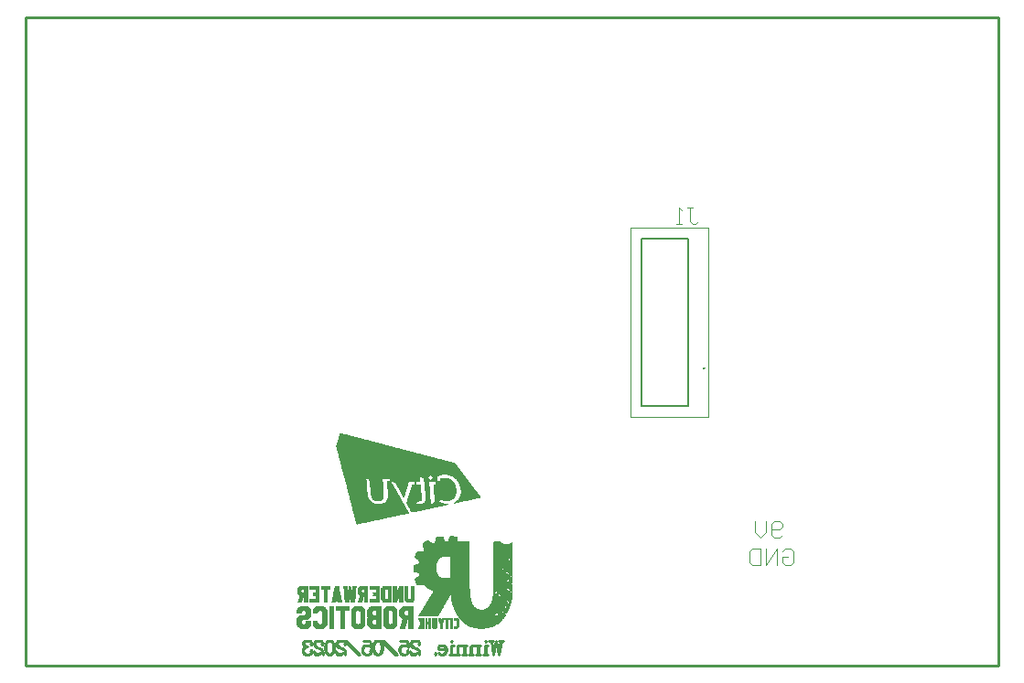
<source format=gbo>
G04*
G04 #@! TF.GenerationSoftware,Altium Limited,Altium Designer,18.1.7 (191)*
G04*
G04 Layer_Color=32896*
%FSLAX25Y25*%
%MOIN*%
G70*
G01*
G75*
%ADD10C,0.01000*%
%ADD11C,0.00100*%
%ADD12C,0.00787*%
%ADD13C,0.00200*%
%ADD56C,0.00394*%
D10*
X359286Y191999D02*
X358334Y187000D01*
X359048Y191999D02*
X358334Y188190D01*
X357382Y191999D02*
X358334Y187000D01*
X357382Y191999D02*
X356429Y187000D01*
X357143Y191999D02*
X356429Y188190D01*
X355477Y191999D02*
X356429Y187000D01*
X360000Y191999D02*
X358334D01*
X356191D02*
X354763D01*
X353501D02*
X353739Y191761D01*
X353501Y191523D01*
X353263Y191761D01*
X353501Y191999D01*
Y190333D02*
Y187000D01*
X353263Y190333D02*
Y187000D01*
X354216Y190333D02*
X353263D01*
X354216Y187000D02*
X352549D01*
X350931Y190333D02*
Y187000D01*
X350693Y190333D02*
Y187000D01*
Y189619D02*
X350216Y190095D01*
X349502Y190333D01*
X349026D01*
X348312Y190095D01*
X348074Y189619D01*
Y187000D01*
X349026Y190333D02*
X348550Y190095D01*
X348312Y189619D01*
Y187000D01*
X351645Y190333D02*
X350693D01*
X351645Y187000D02*
X349978D01*
X349026D02*
X347360D01*
X346003Y190333D02*
Y187000D01*
X345765Y190333D02*
Y187000D01*
Y189619D02*
X345289Y190095D01*
X344575Y190333D01*
X344099D01*
X343385Y190095D01*
X343146Y189619D01*
Y187000D01*
X344099Y190333D02*
X343623Y190095D01*
X343385Y189619D01*
Y187000D01*
X346717Y190333D02*
X345765D01*
X346717Y187000D02*
X345051D01*
X344099D02*
X342432D01*
X341075Y191999D02*
X341314Y191761D01*
X341075Y191523D01*
X340837Y191761D01*
X341075Y191999D01*
Y190333D02*
Y187000D01*
X340837Y190333D02*
Y187000D01*
X341790Y190333D02*
X340837D01*
X341790Y187000D02*
X340123D01*
X338981Y188904D02*
X336124D01*
Y189380D01*
X336362Y189857D01*
X336600Y190095D01*
X337076Y190333D01*
X337790D01*
X338505Y190095D01*
X338981Y189619D01*
X339219Y188904D01*
Y188428D01*
X338981Y187714D01*
X338505Y187238D01*
X337790Y187000D01*
X337314D01*
X336600Y187238D01*
X336124Y187714D01*
X336362Y188904D02*
Y189619D01*
X336600Y190095D01*
X337790Y190333D02*
X338267Y190095D01*
X338743Y189619D01*
X338981Y188904D01*
Y188428D01*
X338743Y187714D01*
X338267Y187238D01*
X337790Y187000D01*
X335124Y187476D02*
X335362Y187238D01*
X335124Y187000D01*
X334886Y187238D01*
X335124Y187476D01*
X329126Y191047D02*
X328888Y190809D01*
X329126Y190571D01*
X329364Y190809D01*
Y191047D01*
X329126Y191523D01*
X328888Y191761D01*
X328173Y191999D01*
X327221D01*
X326507Y191761D01*
X326269Y191523D01*
X326031Y191047D01*
Y190571D01*
X326269Y190095D01*
X326983Y189619D01*
X328173Y189142D01*
X328650Y188904D01*
X329126Y188428D01*
X329364Y187714D01*
Y187000D01*
X327221Y191999D02*
X326745Y191761D01*
X326507Y191523D01*
X326269Y191047D01*
Y190571D01*
X326507Y190095D01*
X327221Y189619D01*
X328173Y189142D01*
X329364Y187476D02*
X329126Y187714D01*
X328650D01*
X327459Y187238D01*
X326745D01*
X326269Y187476D01*
X326031Y187714D01*
Y188190D01*
X328650Y187714D02*
X327459Y187000D01*
X326507D01*
X326269Y187238D01*
X326031Y187714D01*
X324817Y191999D02*
X325293Y189619D01*
X324817Y190095D01*
X324103Y190333D01*
X323389D01*
X322675Y190095D01*
X322199Y189619D01*
X321960Y188904D01*
Y188428D01*
X322199Y187714D01*
X322675Y187238D01*
X323389Y187000D01*
X324103D01*
X324817Y187238D01*
X325055Y187476D01*
X325293Y187952D01*
Y188190D01*
X325055Y188428D01*
X324817Y188190D01*
X325055Y187952D01*
X323389Y190333D02*
X322913Y190095D01*
X322437Y189619D01*
X322199Y188904D01*
Y188428D01*
X322437Y187714D01*
X322913Y187238D01*
X323389Y187000D01*
X324817Y191999D02*
X322437D01*
X324817Y191761D02*
X323627D01*
X322437Y191999D01*
X316700Y191047D02*
X320746Y187000D01*
X321223D01*
X316224Y191999D01*
X315748D01*
X316700Y191047D01*
X314438Y191999D02*
X315152Y191761D01*
X315629Y191047D01*
X315867Y189857D01*
Y189142D01*
X315629Y187952D01*
X315152Y187238D01*
X314438Y187000D01*
X313962D01*
X313248Y187238D01*
X312772Y187952D01*
X312534Y189142D01*
Y189857D01*
X312772Y191047D01*
X313248Y191761D01*
X313962Y191999D01*
X314438D01*
X314914Y191761D01*
X315152Y191523D01*
X315390Y191047D01*
X315629Y189857D01*
Y189142D01*
X315390Y187952D01*
X315152Y187476D01*
X314914Y187238D01*
X314438Y187000D01*
X313962D02*
X313486Y187238D01*
X313248Y187476D01*
X313010Y187952D01*
X312772Y189142D01*
Y189857D01*
X313010Y191047D01*
X313248Y191523D01*
X313486Y191761D01*
X313962Y191999D01*
X311320D02*
X311796Y189619D01*
X311320Y190095D01*
X310606Y190333D01*
X309892D01*
X309177Y190095D01*
X308701Y189619D01*
X308463Y188904D01*
Y188428D01*
X308701Y187714D01*
X309177Y187238D01*
X309892Y187000D01*
X310606D01*
X311320Y187238D01*
X311558Y187476D01*
X311796Y187952D01*
Y188190D01*
X311558Y188428D01*
X311320Y188190D01*
X311558Y187952D01*
X309892Y190333D02*
X309416Y190095D01*
X308940Y189619D01*
X308701Y188904D01*
Y188428D01*
X308940Y187714D01*
X309416Y187238D01*
X309892Y187000D01*
X311320Y191999D02*
X308940D01*
X311320Y191761D02*
X310130D01*
X308940Y191999D01*
X303203Y191047D02*
X307249Y187000D01*
X307726D01*
X302727Y191999D01*
X302250D01*
X303203Y191047D01*
X302131D02*
X301893Y190809D01*
X302131Y190571D01*
X302369Y190809D01*
Y191047D01*
X302131Y191523D01*
X301893Y191761D01*
X301179Y191999D01*
X300227D01*
X299513Y191761D01*
X299275Y191523D01*
X299037Y191047D01*
Y190571D01*
X299275Y190095D01*
X299989Y189619D01*
X301179Y189142D01*
X301655Y188904D01*
X302131Y188428D01*
X302369Y187714D01*
Y187000D01*
X300227Y191999D02*
X299751Y191761D01*
X299513Y191523D01*
X299275Y191047D01*
Y190571D01*
X299513Y190095D01*
X300227Y189619D01*
X301179Y189142D01*
X302369Y187476D02*
X302131Y187714D01*
X301655D01*
X300465Y187238D01*
X299751D01*
X299275Y187476D01*
X299037Y187714D01*
Y188190D01*
X301655Y187714D02*
X300465Y187000D01*
X299513D01*
X299275Y187238D01*
X299037Y187714D01*
X296871Y191999D02*
X297585Y191761D01*
X298061Y191047D01*
X298299Y189857D01*
Y189142D01*
X298061Y187952D01*
X297585Y187238D01*
X296871Y187000D01*
X296394D01*
X295680Y187238D01*
X295204Y187952D01*
X294966Y189142D01*
Y189857D01*
X295204Y191047D01*
X295680Y191761D01*
X296394Y191999D01*
X296871D01*
X297347Y191761D01*
X297585Y191523D01*
X297823Y191047D01*
X298061Y189857D01*
Y189142D01*
X297823Y187952D01*
X297585Y187476D01*
X297347Y187238D01*
X296871Y187000D01*
X296394D02*
X295918Y187238D01*
X295680Y187476D01*
X295442Y187952D01*
X295204Y189142D01*
Y189857D01*
X295442Y191047D01*
X295680Y191523D01*
X295918Y191761D01*
X296394Y191999D01*
X293990Y191047D02*
X293752Y190809D01*
X293990Y190571D01*
X294228Y190809D01*
Y191047D01*
X293990Y191523D01*
X293752Y191761D01*
X293038Y191999D01*
X292086D01*
X291372Y191761D01*
X291134Y191523D01*
X290896Y191047D01*
Y190571D01*
X291134Y190095D01*
X291848Y189619D01*
X293038Y189142D01*
X293514Y188904D01*
X293990Y188428D01*
X294228Y187714D01*
Y187000D01*
X292086Y191999D02*
X291610Y191761D01*
X291372Y191523D01*
X291134Y191047D01*
Y190571D01*
X291372Y190095D01*
X292086Y189619D01*
X293038Y189142D01*
X294228Y187476D02*
X293990Y187714D01*
X293514D01*
X292324Y187238D01*
X291610D01*
X291134Y187476D01*
X290896Y187714D01*
Y188190D01*
X293514Y187714D02*
X292324Y187000D01*
X291372D01*
X291134Y187238D01*
X290896Y187714D01*
X289920Y191047D02*
X289682Y190809D01*
X289920Y190571D01*
X290158Y190809D01*
Y191047D01*
X289920Y191523D01*
X289682Y191761D01*
X288967Y191999D01*
X288015D01*
X287301Y191761D01*
X287063Y191285D01*
Y190571D01*
X287301Y190095D01*
X288015Y189857D01*
X288730D01*
X288015Y191999D02*
X287539Y191761D01*
X287301Y191285D01*
Y190571D01*
X287539Y190095D01*
X288015Y189857D01*
X287539Y189619D01*
X287063Y189142D01*
X286825Y188666D01*
Y187952D01*
X287063Y187476D01*
X287301Y187238D01*
X288015Y187000D01*
X288967D01*
X289682Y187238D01*
X289920Y187476D01*
X290158Y187952D01*
Y188190D01*
X289920Y188428D01*
X289682Y188190D01*
X289920Y187952D01*
X287301Y189380D02*
X287063Y188666D01*
Y187952D01*
X287301Y187476D01*
X287539Y187238D01*
X288015Y187000D01*
X540331Y183000D02*
Y419220D01*
X186000Y183000D02*
X540331D01*
X186000D02*
Y419220D01*
X540331D01*
D11*
X300500Y267700D02*
X300600D01*
X306300Y235200D02*
X308900D01*
X306300Y235100D02*
X308500D01*
X306300Y235000D02*
X308000D01*
X306400Y234900D02*
X307600D01*
X306400Y234800D02*
X307100D01*
X306500Y234700D02*
X306700D01*
X312000Y244400D02*
X316000D01*
X312000Y244300D02*
X316000D01*
X312100Y244200D02*
X316000D01*
X312100Y244100D02*
X315900D01*
X312200Y244000D02*
X315900D01*
X312200Y243900D02*
X315800D01*
X312300Y243800D02*
X315800D01*
X312400Y243700D02*
X315700D01*
X312500Y243600D02*
X315600D01*
X312700Y243500D02*
X315500D01*
X312800Y243400D02*
X315400D01*
X313000Y243300D02*
X315200D01*
X313200Y243200D02*
X315000D01*
X313600Y243100D02*
X314700D01*
X310400Y251300D02*
X315600D01*
X310600Y251200D02*
X315600D01*
X310800Y251100D02*
X315700D01*
X310900Y251000D02*
X315700D01*
X311000Y250900D02*
X315700D01*
X311100Y250800D02*
X315700D01*
X311100Y250700D02*
X315700D01*
X311200Y250600D02*
X315700D01*
X311200Y250500D02*
X315700D01*
X311300Y250400D02*
X315700D01*
X311300Y250300D02*
X315700D01*
X311300Y250200D02*
X315700D01*
X311300Y250100D02*
X315700D01*
X311300Y250000D02*
X315700D01*
X311300Y249900D02*
X315800D01*
X311300Y249800D02*
X315800D01*
X311300Y249700D02*
X315800D01*
X311300Y249600D02*
X315800D01*
X311300Y249500D02*
X315800D01*
X311300Y249400D02*
X315800D01*
X311400Y249300D02*
X315800D01*
X311400Y249200D02*
X315800D01*
X311400Y249100D02*
X315800D01*
X311400Y249000D02*
X315800D01*
X311400Y248900D02*
X315800D01*
X311400Y248800D02*
X315900D01*
X311400Y248700D02*
X315900D01*
X311400Y248600D02*
X315900D01*
X311400Y248500D02*
X315900D01*
X311400Y248400D02*
X315900D01*
X311400Y248300D02*
X315900D01*
X311400Y248200D02*
X315900D01*
X311500Y248100D02*
X315900D01*
X311500Y248000D02*
X315900D01*
X311500Y247900D02*
X315900D01*
X311500Y247800D02*
X315900D01*
X311500Y247700D02*
X316000D01*
X311500Y247600D02*
X316000D01*
X311500Y247500D02*
X316000D01*
X311500Y247400D02*
X316000D01*
X311500Y247300D02*
X316000D01*
X311500Y247200D02*
X316000D01*
X311500Y247100D02*
X316000D01*
X311500Y247000D02*
X316000D01*
X311600Y246900D02*
X316000D01*
X311600Y246800D02*
X316000D01*
X311600Y246700D02*
X316000D01*
X311600Y246600D02*
X316000D01*
X311600Y246500D02*
X316100D01*
X311600Y246400D02*
X316100D01*
X311600Y246300D02*
X316100D01*
X311600Y246200D02*
X316100D01*
X311600Y246100D02*
X316100D01*
X311600Y246000D02*
X316100D01*
X311600Y245900D02*
X316100D01*
X311700Y245800D02*
X316100D01*
X311700Y245700D02*
X316100D01*
X311700Y245600D02*
X316100D01*
X311700Y245500D02*
X316100D01*
X311700Y245400D02*
X316100D01*
X311700Y245300D02*
X316100D01*
X311800Y245200D02*
X316100D01*
X311800Y245100D02*
X316100D01*
X311800Y245000D02*
X316100D01*
X311800Y244900D02*
X316100D01*
X311900Y244800D02*
X316100D01*
X311900Y244700D02*
X316100D01*
X311900Y244600D02*
X316100D01*
X317900Y244400D02*
X322000D01*
X317800Y244300D02*
X322100D01*
X317800Y244200D02*
X322100D01*
X317800Y244100D02*
X322200D01*
X317800Y244000D02*
X322200D01*
X317800Y243900D02*
X322300D01*
X317700Y243800D02*
X322300D01*
X317700Y243700D02*
X322400D01*
X317700Y243600D02*
X322400D01*
X317600Y243500D02*
X322500D01*
X317600Y243400D02*
X322600D01*
X317500Y243300D02*
X322600D01*
X317500Y243200D02*
X322700D01*
X317400Y243100D02*
X322700D01*
X317300Y243000D02*
X322800D01*
X317300Y242900D02*
X322800D01*
X317200Y242800D02*
X322900D01*
X317100Y242700D02*
X323000D01*
X317500Y250100D02*
X318800D01*
X317600Y250000D02*
X318800D01*
X317600Y249900D02*
X318900D01*
X317600Y249800D02*
X319000D01*
X317600Y249700D02*
X319000D01*
X317600Y249600D02*
X319100D01*
X317600Y249500D02*
X319100D01*
X317600Y249400D02*
X319200D01*
X317600Y249300D02*
X319200D01*
X317600Y249200D02*
X319300D01*
X321000Y249100D02*
X324900D01*
X317600D02*
X319400D01*
X321100Y249000D02*
X324900D01*
X317600D02*
X319400D01*
X321100Y248900D02*
X324900D01*
X317600D02*
X319500D01*
X321200Y248800D02*
X324800D01*
X317700D02*
X319500D01*
X321200Y248700D02*
X324800D01*
X317700D02*
X319600D01*
X321300Y248600D02*
X324800D01*
X317700D02*
X319600D01*
X321300Y248500D02*
X324700D01*
X317700D02*
X319700D01*
X321400Y248400D02*
X324700D01*
X317700D02*
X319700D01*
X321500Y248300D02*
X324700D01*
X317700D02*
X319800D01*
X321500Y248200D02*
X324600D01*
X317700D02*
X319900D01*
X321600Y248100D02*
X324600D01*
X317700D02*
X319900D01*
X321600Y248000D02*
X324600D01*
X317700D02*
X320000D01*
X321700Y247900D02*
X324600D01*
X317700D02*
X320000D01*
X321700Y247800D02*
X324500D01*
X317700D02*
X320100D01*
X321800Y247700D02*
X324500D01*
X317700D02*
X320100D01*
X321800Y247600D02*
X324500D01*
X317800D02*
X320200D01*
X321900Y247500D02*
X324400D01*
X317800D02*
X320300D01*
X321900Y247400D02*
X324400D01*
X317800D02*
X320300D01*
X322000Y247300D02*
X324400D01*
X317800D02*
X320400D01*
X322100Y247200D02*
X324300D01*
X317800D02*
X320400D01*
X322100Y247100D02*
X324300D01*
X317800D02*
X320500D01*
X322200Y247000D02*
X324300D01*
X317800D02*
X320500D01*
X322200Y246900D02*
X324200D01*
X317800D02*
X320600D01*
X322300Y246800D02*
X324200D01*
X317800D02*
X320600D01*
X322300Y246700D02*
X324200D01*
X317800D02*
X320700D01*
X322400Y246600D02*
X324100D01*
X317800D02*
X320800D01*
X322400Y246500D02*
X324100D01*
X317800D02*
X320800D01*
X322500Y246400D02*
X324100D01*
X317900D02*
X320900D01*
X322500Y246300D02*
X324000D01*
X317900D02*
X320900D01*
X322600Y246200D02*
X324000D01*
X317900D02*
X321000D01*
X322700Y246100D02*
X324000D01*
X317900D02*
X321000D01*
X322700Y246000D02*
X323900D01*
X317900D02*
X321100D01*
X322800Y245900D02*
X323900D01*
X317900D02*
X321200D01*
X322800Y245800D02*
X323900D01*
X317900D02*
X321200D01*
X322900Y245700D02*
X323900D01*
X317900D02*
X321300D01*
X322900Y245600D02*
X323800D01*
X317900D02*
X321300D01*
X323000Y245500D02*
X323800D01*
X317900D02*
X321400D01*
X323000Y245400D02*
X323800D01*
X317900D02*
X321400D01*
X323100Y245300D02*
X323700D01*
X317900D02*
X321500D01*
X323100Y245200D02*
X323700D01*
X317900D02*
X321600D01*
X323200Y245100D02*
X323700D01*
X317900D02*
X321600D01*
X323300Y245000D02*
X323600D01*
X317900D02*
X321700D01*
X323300Y244900D02*
X323600D01*
X317900D02*
X321700D01*
X323400Y244800D02*
X323600D01*
X317900D02*
X321800D01*
X323400Y244700D02*
X323500D01*
X317900D02*
X321800D01*
X317900Y244600D02*
X321900D01*
X325300Y244400D02*
X329900D01*
X325300Y244300D02*
X329900D01*
X325200Y244200D02*
X329900D01*
X325200Y244100D02*
X329900D01*
X325200Y244000D02*
X329900D01*
X325100Y243900D02*
X329900D01*
X325100Y243800D02*
X329900D01*
X325100Y243700D02*
X329900D01*
X325800Y240300D02*
X332600D01*
X325900Y240200D02*
X332100D01*
X325900Y240100D02*
X331600D01*
X326000Y240000D02*
X331200D01*
X326000Y239900D02*
X330700D01*
X326100Y239800D02*
X330300D01*
X326100Y239700D02*
X329800D01*
X326200Y239600D02*
X329300D01*
X326300Y239500D02*
X328900D01*
X326300Y239400D02*
X328400D01*
X326400Y239300D02*
X327900D01*
X326400Y239200D02*
X327500D01*
X326500Y239100D02*
X327000D01*
X329400Y251900D02*
X332400D01*
X329800Y251800D02*
X332400D01*
X330200Y251700D02*
X332400D01*
X330700Y251600D02*
X332400D01*
X331000Y251500D02*
X332400D01*
X331100Y251400D02*
X332500D01*
X331100Y251300D02*
X332500D01*
X331100Y251200D02*
X332600D01*
X331100Y251100D02*
X332600D01*
X331100Y251000D02*
X332700D01*
X331100Y250900D02*
X332800D01*
X331200Y250100D02*
X332600D01*
X327500D02*
X328000D01*
X331200Y250000D02*
X332600D01*
X327500D02*
X328000D01*
X331200Y249900D02*
X332600D01*
X327500D02*
X328100D01*
X331200Y249800D02*
X332600D01*
X327600D02*
X328100D01*
X331200Y249700D02*
X332600D01*
X327600D02*
X328100D01*
X331200Y249600D02*
X332600D01*
X327600D02*
X328100D01*
X331200Y249500D02*
X332600D01*
X327600D02*
X328100D01*
X331200Y249400D02*
X332600D01*
X327600D02*
X328100D01*
X331200Y249300D02*
X332700D01*
X327600D02*
X328100D01*
X331200Y249200D02*
X332700D01*
X327600D02*
X328100D01*
X331200Y249100D02*
X332700D01*
X327600D02*
X328100D01*
X331300Y249000D02*
X332700D01*
X327600D02*
X328200D01*
X331300Y248900D02*
X332700D01*
X326700D02*
X329500D01*
X331300Y248800D02*
X332700D01*
X326700D02*
X329500D01*
X331300Y248700D02*
X332700D01*
X326700D02*
X329500D01*
X331300Y248600D02*
X332700D01*
X326600D02*
X329500D01*
X331300Y248500D02*
X332700D01*
X326600D02*
X329500D01*
X331300Y248400D02*
X332700D01*
X326600D02*
X329500D01*
X331300Y248300D02*
X332700D01*
X326500D02*
X329500D01*
X331300Y248200D02*
X332700D01*
X326500D02*
X329600D01*
X331300Y248100D02*
X332800D01*
X326500D02*
X329600D01*
X331300Y248000D02*
X332800D01*
X326400D02*
X329600D01*
X331400Y247900D02*
X332800D01*
X326400D02*
X329600D01*
X331400Y247800D02*
X332800D01*
X326400D02*
X329600D01*
X331400Y247700D02*
X332800D01*
X326300D02*
X329600D01*
X331400Y247600D02*
X332800D01*
X326300D02*
X329600D01*
X331400Y247500D02*
X332800D01*
X326300D02*
X329600D01*
X331400Y247400D02*
X332800D01*
X326300D02*
X329600D01*
X331400Y247300D02*
X332800D01*
X326200D02*
X329600D01*
X331400Y247200D02*
X332800D01*
X326200D02*
X329600D01*
X331400Y247100D02*
X332800D01*
X326200D02*
X329600D01*
X331400Y247000D02*
X332900D01*
X326100D02*
X329700D01*
X331400Y246900D02*
X332900D01*
X326100D02*
X329700D01*
X331400Y246800D02*
X332900D01*
X326100D02*
X329700D01*
X331500Y246700D02*
X332900D01*
X326000D02*
X329700D01*
X331500Y246600D02*
X332900D01*
X326000D02*
X329700D01*
X331500Y246500D02*
X332900D01*
X326000D02*
X329700D01*
X331500Y246400D02*
X332900D01*
X325900D02*
X329700D01*
X331500Y246300D02*
X332900D01*
X325900D02*
X329700D01*
X331500Y246200D02*
X332900D01*
X325900D02*
X329700D01*
X331500Y246100D02*
X332900D01*
X325800D02*
X329700D01*
X331500Y246000D02*
X332900D01*
X325800D02*
X329700D01*
X325800Y245900D02*
X329800D01*
X325700Y245800D02*
X329800D01*
X325700Y245700D02*
X329800D01*
X325700Y245600D02*
X329800D01*
X325600Y245500D02*
X329800D01*
X325600Y245400D02*
X329800D01*
X325600Y245300D02*
X329800D01*
X325600Y245200D02*
X329800D01*
X325500Y245100D02*
X329800D01*
X325500Y245000D02*
X329800D01*
X325500Y244900D02*
X329800D01*
X325400Y244800D02*
X329800D01*
X325400Y244700D02*
X329900D01*
X325400Y244600D02*
X329900D01*
X337200Y243600D02*
X340800D01*
X334900D02*
X336900D01*
X337500Y243500D02*
X340600D01*
X334900D02*
X336600D01*
X337900Y243400D02*
X340300D01*
X334900D02*
X336500D01*
X338500Y243300D02*
X339800D01*
X334900D02*
X336300D01*
X334900Y243200D02*
X336200D01*
X334900Y243100D02*
X336200D01*
X334900Y243000D02*
X336100D01*
X334900Y242900D02*
X336100D01*
X334800Y242800D02*
X336300D01*
X334800Y242700D02*
X336500D01*
X334800Y242600D02*
X336700D01*
X334700Y242500D02*
X336800D01*
X334600Y242400D02*
X337100D01*
X334500Y242300D02*
X337300D01*
X334400Y242200D02*
X337600D01*
X334300Y242100D02*
X337900D01*
X334100Y242000D02*
X338400D01*
X333700Y241900D02*
X339100D01*
X333600Y252400D02*
X336200D01*
X333800Y252300D02*
X335900D01*
X333900Y252200D02*
X335700D01*
X334000Y252100D02*
X335500D01*
X334100Y252000D02*
X335500D01*
X334100Y251900D02*
X335500D01*
X334100Y251800D02*
X335500D01*
X334200Y251700D02*
X335500D01*
X334200Y251600D02*
X335500D01*
X334200Y251500D02*
X335500D01*
X334200Y251400D02*
X335500D01*
X337600Y251300D02*
X339300D01*
X334200D02*
X335500D01*
X337200Y251200D02*
X339800D01*
X334100D02*
X335600D01*
X336900Y251100D02*
X340100D01*
X334100D02*
X335600D01*
X336800Y251000D02*
X340300D01*
X334000D02*
X335600D01*
X336800Y250900D02*
X340500D01*
X333900D02*
X335600D01*
X336800Y250800D02*
X340600D01*
X333700D02*
X335600D01*
X336800Y250700D02*
X340800D01*
X336900Y250600D02*
X340900D01*
X343700Y243800D02*
X348800D01*
X343600Y243700D02*
X348300D01*
X343600Y243600D02*
X347900D01*
X343500Y243500D02*
X347400D01*
X343400Y243400D02*
X346900D01*
X343300Y243300D02*
X346500D01*
X343200Y243200D02*
X346000D01*
X343100Y243100D02*
X345500D01*
X343000Y243000D02*
X345100D01*
X342900Y242900D02*
X344600D01*
X342700Y242800D02*
X344100D01*
X342500Y242700D02*
X343700D01*
X342400Y242600D02*
X343200D01*
X342200Y242500D02*
X342800D01*
X342000Y242400D02*
X342300D01*
X341200Y252200D02*
X345500D01*
X341400Y252100D02*
X345600D01*
X341600Y252000D02*
X345700D01*
X341700Y251900D02*
X345800D01*
X341900Y251800D02*
X345800D01*
X342000Y251700D02*
X345900D01*
X342100Y251600D02*
X346000D01*
X342300Y251500D02*
X346100D01*
X342400Y251400D02*
X346100D01*
X342500Y251300D02*
X346200D01*
X342600Y251200D02*
X346300D01*
X342700Y251100D02*
X346400D01*
X342800Y251000D02*
X346400D01*
X342900Y250900D02*
X346500D01*
X343000Y250800D02*
X346600D01*
X343100Y250700D02*
X346700D01*
X343100Y250600D02*
X346800D01*
X343200Y250500D02*
X346800D01*
X343300Y250400D02*
X346900D01*
X343400Y250300D02*
X347000D01*
X343400Y250200D02*
X347100D01*
X343500Y250100D02*
X347100D01*
X343500Y250000D02*
X347200D01*
X343600Y249900D02*
X347300D01*
X343700Y249800D02*
X347400D01*
X343700Y249700D02*
X347400D01*
X343800Y249600D02*
X347500D01*
X343800Y249500D02*
X347600D01*
X343900Y249400D02*
X347700D01*
X343900Y249300D02*
X347700D01*
X343900Y249200D02*
X347800D01*
X344000Y249100D02*
X347900D01*
X344000Y249000D02*
X348000D01*
X344100Y248900D02*
X348100D01*
X344100Y248800D02*
X348100D01*
X344100Y248700D02*
X348200D01*
X344200Y248600D02*
X348300D01*
X344200Y248500D02*
X348400D01*
X344200Y248400D02*
X348400D01*
X344200Y248300D02*
X348500D01*
X344300Y248200D02*
X348600D01*
X344300Y248100D02*
X348700D01*
X344300Y248000D02*
X348700D01*
X344300Y247900D02*
X348800D01*
X344400Y247800D02*
X348900D01*
X311900Y244500D02*
X316100D01*
X317900D02*
X321900D01*
X325300D02*
X329900D01*
X333300Y252500D02*
X336500D01*
X306000Y236400D02*
X314500D01*
X306000Y236300D02*
X314000D01*
X306000Y236200D02*
X313600D01*
X306100Y236100D02*
X313100D01*
X306100Y236000D02*
X312700D01*
X306100Y235900D02*
X312200D01*
X306100Y235800D02*
X311700D01*
X306200Y235700D02*
X311300D01*
X306200Y235600D02*
X310800D01*
X306200Y235500D02*
X310300D01*
X306200Y235400D02*
X309900D01*
X306300Y235300D02*
X309400D01*
X303900Y244400D02*
X310500D01*
X304000Y244300D02*
X310500D01*
X304000Y244200D02*
X310500D01*
X304000Y244100D02*
X310600D01*
X304000Y244000D02*
X310600D01*
X304100Y243900D02*
X310700D01*
X304100Y243800D02*
X310700D01*
X304100Y243700D02*
X310800D01*
X304100Y243600D02*
X310900D01*
X304200Y243500D02*
X310900D01*
X304200Y243400D02*
X311000D01*
X304200Y243300D02*
X311100D01*
X304200Y243200D02*
X311200D01*
X304300Y243100D02*
X311200D01*
X304300Y243000D02*
X311300D01*
X304300Y242900D02*
X311400D01*
X304400Y242800D02*
X311500D01*
X304400Y242700D02*
X311700D01*
X304400Y242600D02*
X311800D01*
X304400Y242500D02*
X311900D01*
X304500Y242400D02*
X312100D01*
X304500Y242300D02*
X312300D01*
X304500Y242200D02*
X312500D01*
X304500Y242100D02*
X312700D01*
X304600Y242000D02*
X313100D01*
X304600Y241900D02*
X313600D01*
X305700Y237700D02*
X320500D01*
X305700Y237600D02*
X320100D01*
X305700Y237500D02*
X319600D01*
X305700Y237400D02*
X319100D01*
X305800Y237300D02*
X318700D01*
X305800Y237200D02*
X318200D01*
X305800Y237100D02*
X317700D01*
X305800Y237000D02*
X317300D01*
X305900Y236900D02*
X316800D01*
X305900Y236800D02*
X316400D01*
X305900Y236700D02*
X315900D01*
X305900Y236600D02*
X315400D01*
X302200Y251300D02*
X309700D01*
X302200Y251200D02*
X309700D01*
X302200Y251100D02*
X309700D01*
X302300Y251000D02*
X309700D01*
X302300Y250900D02*
X309700D01*
X302300Y250800D02*
X309700D01*
X302300Y250700D02*
X309800D01*
X302400Y250600D02*
X309800D01*
X302400Y250500D02*
X309800D01*
X302400Y250400D02*
X309800D01*
X302400Y250300D02*
X309800D01*
X302500Y250200D02*
X309800D01*
X302500Y250100D02*
X309800D01*
X302500Y250000D02*
X309800D01*
X302500Y249900D02*
X309800D01*
X302600Y249800D02*
X309800D01*
X302600Y249700D02*
X309800D01*
X302600Y249600D02*
X309900D01*
X302600Y249500D02*
X309900D01*
X302700Y249400D02*
X309900D01*
X302700Y249300D02*
X309900D01*
X302700Y249200D02*
X309900D01*
X302700Y249100D02*
X309900D01*
X302800Y249000D02*
X309900D01*
X302800Y248900D02*
X309900D01*
X302800Y248800D02*
X309900D01*
X302800Y248700D02*
X309900D01*
X302900Y248600D02*
X309900D01*
X302900Y248500D02*
X310000D01*
X302900Y248400D02*
X310000D01*
X302900Y248300D02*
X310000D01*
X303000Y248200D02*
X310000D01*
X303000Y248100D02*
X310000D01*
X303000Y248000D02*
X310000D01*
X303100Y247900D02*
X310000D01*
X303100Y247800D02*
X310000D01*
X303100Y247700D02*
X310000D01*
X303100Y247600D02*
X310000D01*
X303200Y247500D02*
X310000D01*
X303200Y247400D02*
X310000D01*
X303200Y247300D02*
X310100D01*
X303200Y247200D02*
X310100D01*
X303300Y247100D02*
X310100D01*
X303300Y247000D02*
X310100D01*
X303300Y246900D02*
X310100D01*
X303300Y246800D02*
X310100D01*
X303400Y246700D02*
X310100D01*
X303400Y246600D02*
X310100D01*
X303400Y246500D02*
X310100D01*
X303400Y246400D02*
X310100D01*
X303500Y246300D02*
X310100D01*
X303500Y246200D02*
X310200D01*
X303500Y246100D02*
X310200D01*
X303500Y246000D02*
X310200D01*
X303600Y245900D02*
X310200D01*
X303600Y245800D02*
X310200D01*
X303600Y245700D02*
X310200D01*
X303600Y245600D02*
X310200D01*
X303700Y245500D02*
X310200D01*
X303700Y245400D02*
X310300D01*
X303700Y245300D02*
X310300D01*
X303700Y245200D02*
X310300D01*
X303800Y245100D02*
X310300D01*
X303800Y245000D02*
X310300D01*
X303800Y244900D02*
X310300D01*
X303800Y244800D02*
X310400D01*
X303900Y244700D02*
X310400D01*
X303900Y244600D02*
X310400D01*
X300400Y267600D02*
X301000D01*
X300400Y267500D02*
X301400D01*
X300400Y267400D02*
X301700D01*
X300300Y267300D02*
X302100D01*
X300300Y267200D02*
X302500D01*
X300300Y267100D02*
X302900D01*
X300200Y267000D02*
X303300D01*
X300200Y266900D02*
X303600D01*
X300200Y266800D02*
X304000D01*
X300100Y266700D02*
X304400D01*
X300100Y266600D02*
X304800D01*
X300100Y266500D02*
X305200D01*
X300100Y266400D02*
X305600D01*
X300000Y266300D02*
X305900D01*
X300000Y266200D02*
X306300D01*
X300000Y266100D02*
X306700D01*
X299900Y266000D02*
X307100D01*
X299900Y265900D02*
X307500D01*
X299900Y265800D02*
X307800D01*
X299800Y265700D02*
X308200D01*
X299800Y265600D02*
X308600D01*
X299800Y265500D02*
X309000D01*
X299800Y265400D02*
X309400D01*
X299700Y265300D02*
X309800D01*
X299700Y265200D02*
X310100D01*
X299700Y265100D02*
X310500D01*
X299600Y265000D02*
X310900D01*
X299600Y264900D02*
X311300D01*
X299600Y264800D02*
X311700D01*
X299500Y264700D02*
X312000D01*
X299500Y264600D02*
X312400D01*
X299500Y264500D02*
X312800D01*
X299500Y264400D02*
X313200D01*
X299400Y264300D02*
X313600D01*
X299400Y264200D02*
X313900D01*
X299400Y264100D02*
X314300D01*
X299300Y264000D02*
X314700D01*
X299300Y263900D02*
X315100D01*
X299300Y263800D02*
X315500D01*
X299200Y263700D02*
X315900D01*
X299200Y263600D02*
X316200D01*
X299200Y263500D02*
X316600D01*
X299200Y263400D02*
X317000D01*
X299100Y263300D02*
X317400D01*
X299100Y263200D02*
X317800D01*
X299100Y263100D02*
X318100D01*
X299100Y263000D02*
X318500D01*
X299100Y262900D02*
X318900D01*
X299100Y262800D02*
X319300D01*
X299200Y262700D02*
X319700D01*
X299200Y262600D02*
X320100D01*
X299200Y262500D02*
X320400D01*
X299200Y262400D02*
X320800D01*
X344100Y244400D02*
X351300D01*
X334800D02*
X341900D01*
X331700D02*
X333100D01*
X344000Y244300D02*
X351100D01*
X334900D02*
X341800D01*
X331700D02*
X333100D01*
X344000Y244200D02*
X350600D01*
X334900D02*
X341700D01*
X331700D02*
X333100D01*
X343900Y244100D02*
X350200D01*
X334900D02*
X341600D01*
X331700D02*
X333100D01*
X343800Y244000D02*
X349700D01*
X334900D02*
X341500D01*
X331700D02*
X333100D01*
X343800Y243900D02*
X349300D01*
X334900D02*
X341400D01*
X331700D02*
X333100D01*
X334900Y243800D02*
X341200D01*
X331600D02*
X333100D01*
X334900Y243700D02*
X341000D01*
X331600D02*
X333100D01*
X331600Y243600D02*
X333200D01*
X325000D02*
X329800D01*
X331600Y243500D02*
X333200D01*
X325000D02*
X329800D01*
X331600Y243400D02*
X333200D01*
X325000D02*
X329800D01*
X331600Y243300D02*
X333200D01*
X324900D02*
X329700D01*
X331500Y243200D02*
X333200D01*
X324900D02*
X329600D01*
X331500Y243100D02*
X333200D01*
X324900D02*
X329500D01*
X331500Y243000D02*
X333200D01*
X324800D02*
X328800D01*
X331400Y242900D02*
X333200D01*
X324800D02*
X328500D01*
X331400Y242800D02*
X333200D01*
X324800D02*
X328400D01*
X331300Y242700D02*
X333200D01*
X324800D02*
X328300D01*
X331300Y242600D02*
X333200D01*
X324700D02*
X328200D01*
X331200Y242500D02*
X333200D01*
X324700D02*
X328200D01*
X331100Y242400D02*
X333300D01*
X324700D02*
X328100D01*
X331000Y242300D02*
X333300D01*
X324700D02*
X328100D01*
X330800Y242200D02*
X333300D01*
X324800D02*
X328100D01*
X330600Y242100D02*
X333300D01*
X324800D02*
X328100D01*
X330400Y242000D02*
X333300D01*
X324900D02*
X328300D01*
X329900Y241900D02*
X333300D01*
X324900D02*
X328900D01*
X325000Y241800D02*
X339500D01*
X325100Y241700D02*
X339100D01*
X325100Y241600D02*
X338600D01*
X325200Y241500D02*
X338100D01*
X325200Y241400D02*
X337700D01*
X325300Y241300D02*
X337200D01*
X325300Y241200D02*
X336700D01*
X325400Y241100D02*
X336300D01*
X325400Y241000D02*
X335800D01*
X325500Y240900D02*
X335400D01*
X325500Y240800D02*
X334900D01*
X325600Y240700D02*
X334400D01*
X325700Y240600D02*
X334000D01*
X325700Y240500D02*
X333500D01*
X325800Y240400D02*
X333000D01*
X340700Y252400D02*
X345400D01*
X341000Y252300D02*
X345500D01*
X331100Y250800D02*
X333000D01*
X331100Y250700D02*
X335600D01*
X331100Y250600D02*
X335600D01*
X336900Y250500D02*
X341000D01*
X331100D02*
X335600D01*
X331100Y250400D02*
X341100D01*
X331100Y250300D02*
X341200D01*
X331200Y250200D02*
X341300D01*
X335300Y250100D02*
X341400D01*
X335300Y250000D02*
X341500D01*
X335300Y249900D02*
X341600D01*
X335300Y249800D02*
X341600D01*
X335300Y249700D02*
X341700D01*
X335300Y249600D02*
X341800D01*
X335300Y249500D02*
X341800D01*
X335300Y249400D02*
X341900D01*
X335300Y249300D02*
X341900D01*
X335400Y249200D02*
X342000D01*
X335400Y249100D02*
X342000D01*
X335400Y249000D02*
X342100D01*
X334500Y248900D02*
X342100D01*
X334500Y248800D02*
X342200D01*
X334500Y248700D02*
X342200D01*
X334500Y248600D02*
X342200D01*
X334500Y248500D02*
X342300D01*
X334500Y248400D02*
X342300D01*
X334500Y248300D02*
X342300D01*
X334500Y248200D02*
X342300D01*
X334500Y248100D02*
X342400D01*
X334500Y248000D02*
X342400D01*
X334500Y247900D02*
X342400D01*
X334600Y247800D02*
X342400D01*
X344400Y247700D02*
X349000D01*
X334600D02*
X342500D01*
X344400Y247600D02*
X349000D01*
X334600D02*
X342500D01*
X344400Y247500D02*
X349100D01*
X334600D02*
X342500D01*
X344400Y247400D02*
X349200D01*
X334600D02*
X342500D01*
X344400Y247300D02*
X349300D01*
X334600D02*
X342500D01*
X344500Y247200D02*
X349300D01*
X334600D02*
X342500D01*
X344500Y247100D02*
X349400D01*
X334600D02*
X342500D01*
X344500Y247000D02*
X349500D01*
X334600D02*
X342500D01*
X344500Y246900D02*
X349600D01*
X334600D02*
X342500D01*
X344500Y246800D02*
X349700D01*
X334600D02*
X342500D01*
X344500Y246700D02*
X349700D01*
X334600D02*
X342500D01*
X344500Y246600D02*
X349800D01*
X334700D02*
X342500D01*
X344500Y246500D02*
X349900D01*
X334700D02*
X342500D01*
X344500Y246400D02*
X350000D01*
X334700D02*
X342500D01*
X344500Y246300D02*
X350000D01*
X334700D02*
X342500D01*
X344500Y246200D02*
X350100D01*
X334700D02*
X342500D01*
X344500Y246100D02*
X350200D01*
X334700D02*
X342500D01*
X344500Y246000D02*
X350300D01*
X334700D02*
X342500D01*
X344500Y245900D02*
X350300D01*
X334700D02*
X342500D01*
X331500D02*
X333000D01*
X344500Y245800D02*
X350400D01*
X334700D02*
X342400D01*
X331500D02*
X333000D01*
X344400Y245700D02*
X350500D01*
X334700D02*
X342400D01*
X331500D02*
X333000D01*
X344400Y245600D02*
X350600D01*
X334700D02*
X342400D01*
X331500D02*
X333000D01*
X344400Y245500D02*
X350600D01*
X334700D02*
X342400D01*
X331600D02*
X333000D01*
X344400Y245400D02*
X350700D01*
X334800D02*
X342300D01*
X331600D02*
X333000D01*
X344400Y245300D02*
X350800D01*
X334800D02*
X342300D01*
X331600D02*
X333000D01*
X344300Y245200D02*
X350900D01*
X334800D02*
X342300D01*
X331600D02*
X333000D01*
X344300Y245100D02*
X351000D01*
X334800D02*
X342200D01*
X331600D02*
X333000D01*
X344300Y245000D02*
X351000D01*
X334800D02*
X342200D01*
X331600D02*
X333000D01*
X344200Y244900D02*
X351100D01*
X334800D02*
X342100D01*
X331600D02*
X333000D01*
X344200Y244800D02*
X351200D01*
X334800D02*
X342100D01*
X331600D02*
X333000D01*
X344200Y244700D02*
X351300D01*
X334800D02*
X342100D01*
X331600D02*
X333100D01*
X344100Y244600D02*
X351300D01*
X334800D02*
X342000D01*
X331600D02*
X333100D01*
X339700Y252700D02*
X345200D01*
X340100Y252600D02*
X345200D01*
X303900Y244500D02*
X310400D01*
X306000Y236500D02*
X315000D01*
X340500Y252500D02*
X345300D01*
X344100Y244500D02*
X351400D01*
X334800D02*
X341900D01*
X331600D02*
X333100D01*
X317000Y242600D02*
X323000D01*
X316800Y242500D02*
X323100D01*
X316700Y242400D02*
X323100D01*
X316500Y242300D02*
X323200D01*
X316300Y242200D02*
X323200D01*
X316100Y242100D02*
X323300D01*
X315700Y242000D02*
X323300D01*
X315100Y241900D02*
X323400D01*
X304600Y241800D02*
X323500D01*
X304600Y241700D02*
X323500D01*
X304700Y241600D02*
X323600D01*
X304700Y241500D02*
X323600D01*
X304700Y241400D02*
X323700D01*
X304700Y241300D02*
X323700D01*
X304800Y241200D02*
X323800D01*
X304800Y241100D02*
X323900D01*
X304800Y241000D02*
X323900D01*
X304800Y240900D02*
X324000D01*
X304900Y240800D02*
X324000D01*
X304900Y240700D02*
X324100D01*
X304900Y240600D02*
X324100D01*
X304900Y240500D02*
X324200D01*
X305000Y240400D02*
X324200D01*
X305000Y240300D02*
X324300D01*
X305000Y240200D02*
X324400D01*
X305000Y240100D02*
X324400D01*
X305100Y240000D02*
X324500D01*
X305100Y239900D02*
X324500D01*
X305100Y239800D02*
X324600D01*
X305100Y239700D02*
X324600D01*
X305200Y239600D02*
X324700D01*
X305200Y239500D02*
X324800D01*
X305200Y239400D02*
X324800D01*
X305200Y239300D02*
X324900D01*
X305300Y239200D02*
X324900D01*
X305300Y239100D02*
X325000D01*
X305300Y239000D02*
X325000D01*
X305300Y238900D02*
X325100D01*
X305400Y238800D02*
X325200D01*
X305400Y238700D02*
X325200D01*
X305400Y238600D02*
X324700D01*
X305400Y238500D02*
X324200D01*
X305500Y238400D02*
X323800D01*
X305500Y238300D02*
X323300D01*
X305500Y238200D02*
X322900D01*
X305600Y238100D02*
X322400D01*
X305600Y238000D02*
X321900D01*
X305600Y237900D02*
X321500D01*
X305600Y237800D02*
X321000D01*
X301800Y252400D02*
X332800D01*
X301900Y252300D02*
X332700D01*
X302000Y252200D02*
X332600D01*
X302000Y252100D02*
X332500D01*
X302000Y252000D02*
X332500D01*
X302000Y251900D02*
X329200D01*
X302100Y251800D02*
X329200D01*
X302100Y251700D02*
X329200D01*
X302100Y251600D02*
X329300D01*
X302100Y251500D02*
X329300D01*
X302200Y251400D02*
X329300D01*
X318500Y251300D02*
X329300D01*
X318500Y251200D02*
X329300D01*
X318600Y251100D02*
X329300D01*
X318600Y251000D02*
X329300D01*
X318600Y250900D02*
X329300D01*
X318600Y250800D02*
X329300D01*
X318600Y250700D02*
X329300D01*
X318600Y250600D02*
X329300D01*
X318600Y250500D02*
X329400D01*
X318600Y250400D02*
X329400D01*
X318600Y250300D02*
X329400D01*
X318600Y250200D02*
X329400D01*
X319800Y250100D02*
X325300D01*
X320100Y250000D02*
X325200D01*
X320300Y249900D02*
X325200D01*
X320400Y249800D02*
X325200D01*
X320600Y249700D02*
X325100D01*
X320700Y249600D02*
X325100D01*
X320800Y249500D02*
X325100D01*
X320800Y249400D02*
X325000D01*
X320900Y249300D02*
X325000D01*
X321000Y249200D02*
X325000D01*
X299800Y260400D02*
X328300D01*
X299800Y260300D02*
X328700D01*
X299800Y260200D02*
X329100D01*
X299800Y260100D02*
X329500D01*
X299900Y260000D02*
X329900D01*
X299900Y259900D02*
X330300D01*
X299900Y259800D02*
X330700D01*
X299900Y259700D02*
X331000D01*
X300000Y259600D02*
X331400D01*
X300000Y259500D02*
X331800D01*
X300000Y259400D02*
X332200D01*
X300000Y259300D02*
X332600D01*
X300100Y259200D02*
X333000D01*
X300100Y259100D02*
X333400D01*
X300100Y259000D02*
X333700D01*
X300100Y258900D02*
X334100D01*
X300200Y258800D02*
X334500D01*
X300200Y258700D02*
X334900D01*
X300200Y258600D02*
X335300D01*
X300200Y258500D02*
X335700D01*
X300300Y258400D02*
X336000D01*
X300300Y258300D02*
X336400D01*
X300300Y258200D02*
X336800D01*
X301800Y252600D02*
X336900D01*
X299300Y262300D02*
X321200D01*
X299300Y262200D02*
X321600D01*
X299300Y262100D02*
X322000D01*
X299300Y262000D02*
X322300D01*
X299400Y261900D02*
X322700D01*
X299400Y261800D02*
X323100D01*
X299400Y261700D02*
X323500D01*
X299400Y261600D02*
X323900D01*
X299500Y261500D02*
X324300D01*
X299500Y261400D02*
X324500D01*
X299500Y261300D02*
X324900D01*
X299500Y261200D02*
X325200D01*
X299600Y261100D02*
X325600D01*
X299600Y261000D02*
X326000D01*
X299600Y260900D02*
X326400D01*
X299700Y260800D02*
X326800D01*
X299700Y260700D02*
X327200D01*
X299700Y260600D02*
X327600D01*
X301800Y252500D02*
X333200D01*
X299700Y260500D02*
X327900D01*
X300300Y258100D02*
X337200D01*
X300400Y258000D02*
X337600D01*
X300400Y257900D02*
X338000D01*
X300400Y257800D02*
X338300D01*
X300500Y257700D02*
X338700D01*
X300500Y257600D02*
X339100D01*
X300500Y257500D02*
X339500D01*
X300500Y257400D02*
X339900D01*
X300600Y257300D02*
X340300D01*
X300600Y257200D02*
X340700D01*
X300600Y257100D02*
X341100D01*
X300600Y257000D02*
X341400D01*
X300700Y256900D02*
X341800D01*
X300700Y256800D02*
X342000D01*
X300700Y256700D02*
X342100D01*
X300700Y256600D02*
X342200D01*
X300800Y256500D02*
X342300D01*
X300800Y256400D02*
X342300D01*
X300800Y256300D02*
X342400D01*
X300800Y256200D02*
X342500D01*
X300900Y256100D02*
X342600D01*
X300900Y256000D02*
X342600D01*
X300900Y255900D02*
X342700D01*
X300900Y255800D02*
X342800D01*
X301000Y255700D02*
X342900D01*
X301000Y255600D02*
X342900D01*
X301000Y255500D02*
X343000D01*
X301000Y255400D02*
X343100D01*
X301100Y255300D02*
X343200D01*
X301100Y255200D02*
X343200D01*
X301100Y255100D02*
X343300D01*
X301100Y255000D02*
X343400D01*
X301200Y254900D02*
X343500D01*
X301200Y254800D02*
X343500D01*
X301200Y254700D02*
X343600D01*
X301300Y254600D02*
X343700D01*
X301300Y254500D02*
X343800D01*
X301300Y254400D02*
X343900D01*
X301300Y254300D02*
X343900D01*
X301400Y254200D02*
X344000D01*
X301400Y254100D02*
X344100D01*
X301400Y254000D02*
X344200D01*
X301400Y253900D02*
X344200D01*
X301500Y253800D02*
X344300D01*
X301500Y253700D02*
X344400D01*
X301500Y253600D02*
X344500D01*
X301500Y253500D02*
X344500D01*
X301600Y253400D02*
X344600D01*
X301600Y253300D02*
X344700D01*
X301600Y253200D02*
X344800D01*
X301600Y253100D02*
X344800D01*
X301700Y253000D02*
X344900D01*
X301700Y252900D02*
X345000D01*
X301700Y252800D02*
X345100D01*
X301700Y252700D02*
X337400D01*
X284700Y203400D02*
X289600D01*
X284700Y203300D02*
X289600D01*
X284700Y203200D02*
X289600D01*
X287600Y203100D02*
X289600D01*
X284700D02*
X286700D01*
X287700Y203000D02*
X289600D01*
X284700D02*
X286600D01*
X290600Y202900D02*
X292400D01*
X287800D02*
X289600D01*
X284700D02*
X286500D01*
X290600Y202800D02*
X292300D01*
X287900D02*
X289600D01*
X284700D02*
X286400D01*
X290600Y202700D02*
X292200D01*
X288000D02*
X289600D01*
X284700D02*
X286300D01*
X290600Y202600D02*
X292100D01*
X288000D02*
X289600D01*
X284700D02*
X286300D01*
X290600Y202500D02*
X292100D01*
X288000D02*
X289600D01*
X284700D02*
X286300D01*
X290600Y202400D02*
X292100D01*
X288000D02*
X289600D01*
X284700D02*
X286300D01*
X290600Y202300D02*
X292100D01*
X288000D02*
X289600D01*
X284700D02*
X286300D01*
X290600Y202200D02*
X292100D01*
X288000D02*
X289600D01*
X284700D02*
X286300D01*
X290600Y202100D02*
X292100D01*
X288000D02*
X289600D01*
X284700D02*
X286300D01*
X288000Y202000D02*
X289600D01*
X288000Y201900D02*
X289600D01*
X288000Y201800D02*
X289600D01*
X287900Y201700D02*
X289600D01*
X287800Y201600D02*
X289600D01*
X287700Y201500D02*
X289600D01*
X287600Y201400D02*
X289600D01*
X285900Y201300D02*
X289600D01*
X285800Y201200D02*
X289600D01*
X285700Y201100D02*
X289600D01*
X285600Y201000D02*
X289500D01*
X285500Y200900D02*
X289400D01*
X285400Y200800D02*
X289300D01*
X285300Y200700D02*
X289200D01*
X285200Y200600D02*
X289100D01*
X285100Y200500D02*
X289000D01*
X285000Y200400D02*
X288900D01*
X284900Y200300D02*
X288800D01*
X284800Y200200D02*
X288700D01*
X284700Y200100D02*
X288600D01*
X284700Y200000D02*
X288500D01*
X284700Y199900D02*
X288400D01*
X284700Y199800D02*
X286700D01*
X284700Y199700D02*
X286600D01*
X284700Y199600D02*
X286500D01*
X284700Y199500D02*
X286400D01*
X284700Y199400D02*
X286300D01*
X284700Y199300D02*
X286300D01*
X284700Y199200D02*
X286300D01*
X290600Y199100D02*
X292100D01*
X288000D02*
X289600D01*
X284700D02*
X286300D01*
X290600Y199000D02*
X292100D01*
X288000D02*
X289600D01*
X284700D02*
X286300D01*
X290600Y198900D02*
X292100D01*
X288000D02*
X289600D01*
X284700D02*
X286300D01*
X290600Y198800D02*
X292100D01*
X288000D02*
X289600D01*
X284700D02*
X286300D01*
X290600Y198700D02*
X292100D01*
X288000D02*
X289600D01*
X284700D02*
X286300D01*
X290600Y198600D02*
X292100D01*
X288000D02*
X289600D01*
X284700D02*
X286300D01*
X290600Y198500D02*
X292200D01*
X288000D02*
X289600D01*
X284700D02*
X286300D01*
X290600Y198400D02*
X292300D01*
X287900D02*
X289600D01*
X284700D02*
X286400D01*
X290600Y198300D02*
X292400D01*
X287800D02*
X289600D01*
X284700D02*
X286500D01*
X287700Y198200D02*
X289600D01*
X284700D02*
X286600D01*
X287600Y198100D02*
X289600D01*
X284700D02*
X286700D01*
X284700Y198000D02*
X289600D01*
X284700Y197900D02*
X289600D01*
X284700Y197800D02*
X289600D01*
X284800Y197700D02*
X289500D01*
X284900Y197600D02*
X289400D01*
X285000Y197500D02*
X289300D01*
X285100Y197400D02*
X289200D01*
X285200Y197300D02*
X289100D01*
X285300Y197200D02*
X289000D01*
X285400Y197100D02*
X288900D01*
X285500Y197000D02*
X288800D01*
X285600Y196900D02*
X288700D01*
X285700Y196800D02*
X288600D01*
X285800Y196700D02*
X288500D01*
X285900Y196600D02*
X288400D01*
X285300Y211400D02*
X288500D01*
X285200Y211300D02*
X288500D01*
X285100Y211200D02*
X288500D01*
X285000Y211100D02*
X288500D01*
X285000Y211000D02*
X288500D01*
X285000Y210900D02*
X288500D01*
X287400Y210800D02*
X288500D01*
X285000D02*
X286300D01*
X287400Y210700D02*
X288500D01*
X285000D02*
X286200D01*
X287400Y210600D02*
X288500D01*
X285000D02*
X286100D01*
X287400Y210500D02*
X288500D01*
X285000D02*
X286100D01*
X287400Y210400D02*
X288500D01*
X285000D02*
X286100D01*
X287400Y210300D02*
X288500D01*
X285000D02*
X286100D01*
X287400Y210200D02*
X288500D01*
X285000D02*
X286100D01*
X287400Y210100D02*
X288500D01*
X285000D02*
X286100D01*
X287400Y210000D02*
X288500D01*
X285000D02*
X286100D01*
X287400Y209900D02*
X288500D01*
X285000D02*
X286100D01*
X287400Y209800D02*
X288500D01*
X285000D02*
X286200D01*
X287400Y209700D02*
X288500D01*
X285000D02*
X286300D01*
X285000Y209600D02*
X288500D01*
X285000Y209500D02*
X288500D01*
X285000Y209400D02*
X288500D01*
X285100Y209300D02*
X288500D01*
X285200Y209200D02*
X288500D01*
X285300Y209100D02*
X288500D01*
X285400Y209000D02*
X288500D01*
X285500Y208900D02*
X288500D01*
X285600Y208800D02*
X288500D01*
X285700Y208700D02*
X288500D01*
X285800Y208600D02*
X288500D01*
X285700Y208500D02*
X288500D01*
X287400Y208400D02*
X288500D01*
X285700D02*
X286900D01*
X287400Y208300D02*
X288500D01*
X285700D02*
X286900D01*
X287400Y208200D02*
X288500D01*
X285600D02*
X286800D01*
X287400Y208100D02*
X288500D01*
X285600D02*
X286800D01*
X287400Y208000D02*
X288500D01*
X285600D02*
X286800D01*
X287400Y207900D02*
X288500D01*
X285600D02*
X286700D01*
X287400Y207800D02*
X288500D01*
X285500D02*
X286700D01*
X287400Y207700D02*
X288500D01*
X285500D02*
X286700D01*
X287400Y207600D02*
X288500D01*
X285500D02*
X286700D01*
X287400Y207500D02*
X288500D01*
X285500D02*
X286600D01*
X287400Y207400D02*
X288500D01*
X285400D02*
X286600D01*
X287400Y207300D02*
X288500D01*
X285400D02*
X286600D01*
X287400Y207200D02*
X288500D01*
X285400D02*
X286500D01*
X287400Y207100D02*
X288500D01*
X285300D02*
X286500D01*
X287400Y207000D02*
X288500D01*
X285300D02*
X286500D01*
X287400Y206900D02*
X288500D01*
X285300D02*
X286500D01*
X287400Y206800D02*
X288500D01*
X285300D02*
X286400D01*
X287400Y206700D02*
X288500D01*
X285200D02*
X286400D01*
X287400Y206600D02*
X288500D01*
X285200D02*
X286400D01*
X287400Y206500D02*
X288500D01*
X285200D02*
X286400D01*
X287400Y206400D02*
X288500D01*
X285100D02*
X286300D01*
X287400Y206300D02*
X288500D01*
X285100D02*
X286300D01*
X287400Y206200D02*
X288500D01*
X285100D02*
X286300D01*
X285900Y204600D02*
X288400D01*
X285800Y204500D02*
X288500D01*
X285700Y204400D02*
X288600D01*
X285600Y204300D02*
X288700D01*
X285500Y204200D02*
X288800D01*
X285400Y204100D02*
X288900D01*
X285300Y204000D02*
X289000D01*
X285200Y203900D02*
X289100D01*
X285100Y203800D02*
X289200D01*
X285000Y203700D02*
X289300D01*
X284900Y203600D02*
X289400D01*
X285800Y211900D02*
X288500D01*
X285700Y211800D02*
X288500D01*
X285600Y211700D02*
X288500D01*
X285500Y211600D02*
X288500D01*
X296500Y203400D02*
X298100D01*
X296500Y203300D02*
X298100D01*
X296500Y203200D02*
X298100D01*
X296500Y203100D02*
X298100D01*
X293500D02*
X295500D01*
X296500Y203000D02*
X298100D01*
X293600D02*
X295500D01*
X296500Y202900D02*
X298100D01*
X293700D02*
X295500D01*
X296500Y202800D02*
X298100D01*
X293800D02*
X295500D01*
X296500Y202700D02*
X298100D01*
X293900D02*
X295500D01*
X296500Y202600D02*
X298100D01*
X293900D02*
X295500D01*
X296500Y202500D02*
X298100D01*
X293900D02*
X295500D01*
X296500Y202400D02*
X298100D01*
X293900D02*
X295500D01*
X296500Y202300D02*
X298100D01*
X293900D02*
X295500D01*
X296500Y202200D02*
X298100D01*
X293900D02*
X295500D01*
X296500Y202100D02*
X298100D01*
X293900D02*
X295500D01*
X296500Y202000D02*
X298100D01*
X293900D02*
X295500D01*
X296500Y201900D02*
X298100D01*
X293900D02*
X295500D01*
X296500Y201800D02*
X298100D01*
X293900D02*
X295500D01*
X296500Y201700D02*
X298100D01*
X293900D02*
X295500D01*
X296500Y201600D02*
X298100D01*
X293900D02*
X295500D01*
X296500Y201500D02*
X298100D01*
X293900D02*
X295500D01*
X296500Y201400D02*
X298100D01*
X293900D02*
X295500D01*
X296500Y201300D02*
X298100D01*
X293900D02*
X295500D01*
X296500Y201200D02*
X298100D01*
X293900D02*
X295500D01*
X296500Y201100D02*
X298100D01*
X293900D02*
X295500D01*
X296500Y201000D02*
X298100D01*
X293900D02*
X295500D01*
X296500Y200900D02*
X298100D01*
X293900D02*
X295500D01*
X296500Y200800D02*
X298100D01*
X293900D02*
X295500D01*
X296500Y200700D02*
X298100D01*
X293900D02*
X295500D01*
X296500Y200600D02*
X298100D01*
X293900D02*
X295500D01*
X296500Y200500D02*
X298100D01*
X293900D02*
X295500D01*
X296500Y200400D02*
X298100D01*
X293900D02*
X295500D01*
X296500Y200300D02*
X298100D01*
X293900D02*
X295500D01*
X296500Y200200D02*
X298100D01*
X293900D02*
X295500D01*
X296500Y200100D02*
X298100D01*
X293900D02*
X295500D01*
X296500Y200000D02*
X298100D01*
X293900D02*
X295500D01*
X296500Y199900D02*
X298100D01*
X293900D02*
X295500D01*
X296500Y199800D02*
X298100D01*
X293900D02*
X295500D01*
X296500Y199700D02*
X298100D01*
X293900D02*
X295500D01*
X296500Y199600D02*
X298100D01*
X293900D02*
X295500D01*
X296500Y199500D02*
X298100D01*
X293900D02*
X295500D01*
X296500Y199400D02*
X298100D01*
X293900D02*
X295500D01*
X296500Y199300D02*
X298100D01*
X293900D02*
X295500D01*
X296500Y199200D02*
X298100D01*
X293900D02*
X295500D01*
X296500Y199100D02*
X298100D01*
X293900D02*
X295500D01*
X296500Y199000D02*
X298100D01*
X293900D02*
X295500D01*
X296500Y198900D02*
X298100D01*
X293900D02*
X295500D01*
X296500Y198800D02*
X298100D01*
X293900D02*
X295500D01*
X296500Y198700D02*
X298100D01*
X293900D02*
X295500D01*
X296500Y198600D02*
X298100D01*
X293900D02*
X295500D01*
X296500Y198500D02*
X298100D01*
X293900D02*
X295500D01*
X296500Y198400D02*
X298100D01*
X293800D02*
X295500D01*
X296500Y198300D02*
X298100D01*
X293700D02*
X295500D01*
X296500Y198200D02*
X298100D01*
X293600D02*
X295500D01*
X296500Y198100D02*
X298100D01*
X293500D02*
X295500D01*
X296500Y198000D02*
X298100D01*
X296500Y197900D02*
X298100D01*
X296500Y197800D02*
X298100D01*
X296500Y197700D02*
X298100D01*
X296500Y197600D02*
X298100D01*
X296500Y197500D02*
X298100D01*
X296500Y197400D02*
X298100D01*
X296500Y197300D02*
X298100D01*
X296500Y197200D02*
X298100D01*
X296500Y197100D02*
X298100D01*
X296500Y197000D02*
X298100D01*
X296500Y196900D02*
X298100D01*
X296500Y196800D02*
X298100D01*
X296500Y196700D02*
X298100D01*
X296500Y196600D02*
X298100D01*
X298500Y211400D02*
X299900D01*
X293500D02*
X296700D01*
X298400Y211300D02*
X299900D01*
X293500D02*
X296700D01*
X298400Y211200D02*
X299900D01*
X293500D02*
X296700D01*
X298400Y211100D02*
X300000D01*
X293500D02*
X296700D01*
X298400Y211000D02*
X300000D01*
X293500D02*
X296700D01*
X298400Y210900D02*
X300000D01*
X293500D02*
X296700D01*
X298300Y210800D02*
X300000D01*
X294500D02*
X295600D01*
X298300Y210700D02*
X300000D01*
X294500D02*
X295600D01*
X298300Y210600D02*
X300000D01*
X294500D02*
X295600D01*
X298300Y210500D02*
X300100D01*
X294500D02*
X295600D01*
X298300Y210400D02*
X300100D01*
X294500D02*
X295600D01*
X298200Y210300D02*
X300100D01*
X294500D02*
X295600D01*
X298200Y210200D02*
X300100D01*
X294500D02*
X295600D01*
X298200Y210100D02*
X300100D01*
X294500D02*
X295600D01*
X298200Y210000D02*
X300200D01*
X294500D02*
X295600D01*
X298200Y209900D02*
X300200D01*
X294500D02*
X295600D01*
X298100Y209800D02*
X300200D01*
X294500D02*
X295600D01*
X298100Y209700D02*
X300200D01*
X294500D02*
X295600D01*
X298100Y209600D02*
X300200D01*
X294500D02*
X295600D01*
X298100Y209500D02*
X300300D01*
X294500D02*
X295600D01*
X298100Y209400D02*
X300300D01*
X294500D02*
X295600D01*
X298000Y209300D02*
X300300D01*
X294500D02*
X295600D01*
X298000Y209200D02*
X300300D01*
X294500D02*
X295600D01*
X298000Y209100D02*
X300300D01*
X294500D02*
X295600D01*
X299200Y209000D02*
X300400D01*
X298000D02*
X299100D01*
X294500D02*
X295600D01*
X299200Y208900D02*
X300400D01*
X298000D02*
X299100D01*
X294500D02*
X295600D01*
X299300Y208800D02*
X300400D01*
X297900D02*
X299100D01*
X294500D02*
X295600D01*
X299300Y208700D02*
X300400D01*
X297900D02*
X299100D01*
X294500D02*
X295600D01*
X299300Y208600D02*
X300400D01*
X297900D02*
X299100D01*
X294500D02*
X295600D01*
X297900Y208500D02*
X299000D01*
X294500D02*
X295600D01*
X297900Y208400D02*
X299000D01*
X294500D02*
X295600D01*
X297800Y208300D02*
X299000D01*
X294500D02*
X295600D01*
X297800Y208200D02*
X299000D01*
X294500D02*
X295600D01*
X297800Y208100D02*
X299000D01*
X294500D02*
X295600D01*
X297800Y208000D02*
X298900D01*
X294500D02*
X295600D01*
X297800Y207900D02*
X298900D01*
X294500D02*
X295600D01*
X297700Y207800D02*
X298900D01*
X294500D02*
X295600D01*
X297700Y207700D02*
X298900D01*
X294500D02*
X295600D01*
X294500Y207600D02*
X295600D01*
X294500Y207500D02*
X295600D01*
X294500Y207400D02*
X295600D01*
X294500Y207300D02*
X295600D01*
X294500Y207200D02*
X295600D01*
X294500Y207100D02*
X295600D01*
X294500Y207000D02*
X295600D01*
X294500Y206900D02*
X295600D01*
X294500Y206800D02*
X295600D01*
X294500Y206700D02*
X295600D01*
X294500Y206600D02*
X295600D01*
X297500Y206500D02*
X298700D01*
X294500D02*
X295600D01*
X297500Y206400D02*
X298600D01*
X294500D02*
X295600D01*
X297400Y206300D02*
X298600D01*
X294500D02*
X295600D01*
X297400Y206200D02*
X298600D01*
X294500D02*
X295600D01*
X296500Y204600D02*
X298100D01*
X296500Y204500D02*
X298100D01*
X296500Y204400D02*
X298100D01*
X296500Y204300D02*
X298100D01*
X296500Y204200D02*
X298100D01*
X296500Y204100D02*
X298100D01*
X296500Y204000D02*
X298100D01*
X296500Y203900D02*
X298100D01*
X296500Y203800D02*
X298100D01*
X296500Y203700D02*
X298100D01*
X296500Y203600D02*
X298100D01*
X298500Y211900D02*
X299800D01*
X293500D02*
X296700D01*
X298500Y211800D02*
X299800D01*
X293500D02*
X296700D01*
X298500Y211700D02*
X299800D01*
X293500D02*
X296700D01*
X298500Y211600D02*
X299900D01*
X293500D02*
X296700D01*
X304500Y203100D02*
X306500D01*
X304500Y203000D02*
X306400D01*
X304500Y202900D02*
X306300D01*
X304500Y202800D02*
X306200D01*
X304500Y202700D02*
X306100D01*
X304500Y202600D02*
X306000D01*
X304500Y202500D02*
X306000D01*
X304500Y202400D02*
X306000D01*
X304500Y202300D02*
X306000D01*
X304500Y202200D02*
X306000D01*
X304500Y202100D02*
X306000D01*
X304500Y202000D02*
X306000D01*
X304500Y201900D02*
X306000D01*
X304500Y201800D02*
X306000D01*
X304500Y201700D02*
X306000D01*
X304500Y201600D02*
X306000D01*
X304500Y201500D02*
X306000D01*
X304500Y201400D02*
X306000D01*
X304500Y201300D02*
X306000D01*
X304500Y201200D02*
X306000D01*
X304500Y201100D02*
X306000D01*
X304500Y201000D02*
X306000D01*
X304500Y200900D02*
X306000D01*
X304500Y200800D02*
X306000D01*
X304500Y200700D02*
X306000D01*
X304500Y200600D02*
X306000D01*
X304500Y200500D02*
X306000D01*
X304500Y200400D02*
X306000D01*
X304500Y200300D02*
X306000D01*
X304500Y200200D02*
X306000D01*
X304500Y200100D02*
X306000D01*
X304500Y200000D02*
X306000D01*
X304500Y199900D02*
X306000D01*
X304500Y199800D02*
X306000D01*
X304500Y199700D02*
X306000D01*
X304500Y199600D02*
X306000D01*
X304500Y199500D02*
X306000D01*
X304500Y199400D02*
X306000D01*
X304500Y199300D02*
X306000D01*
X304500Y199200D02*
X306000D01*
X304500Y199100D02*
X306000D01*
X304500Y199000D02*
X306000D01*
X304500Y198900D02*
X306000D01*
X304500Y198800D02*
X306000D01*
X304500Y198700D02*
X306000D01*
X304500Y198600D02*
X306000D01*
X304500Y198500D02*
X306100D01*
X304500Y198400D02*
X306200D01*
X304500Y198300D02*
X306300D01*
X304500Y198200D02*
X306400D01*
X304500Y198100D02*
X306500D01*
X305400Y196900D02*
X308400D01*
X305500Y196800D02*
X308300D01*
X305600Y196700D02*
X308200D01*
X305700Y196600D02*
X308100D01*
X305000Y211400D02*
X306100D01*
X303600D02*
X304200D01*
X301700D02*
X302900D01*
X305000Y211300D02*
X306100D01*
X303600D02*
X304300D01*
X301700D02*
X302900D01*
X305000Y211200D02*
X306100D01*
X303600D02*
X304300D01*
X301700D02*
X302900D01*
X305000Y211100D02*
X306100D01*
X303500D02*
X304300D01*
X301800D02*
X302900D01*
X304900Y211000D02*
X306100D01*
X303500D02*
X304400D01*
X301800D02*
X302900D01*
X304900Y210900D02*
X306100D01*
X303500D02*
X304400D01*
X301800D02*
X302900D01*
X306900Y210800D02*
X308300D01*
X304900D02*
X306100D01*
X303500D02*
X304400D01*
X301800D02*
X302900D01*
X306900Y210700D02*
X308200D01*
X304900D02*
X306100D01*
X303400D02*
X304400D01*
X301800D02*
X302900D01*
X306900Y210600D02*
X308100D01*
X304900D02*
X306000D01*
X303400D02*
X304500D01*
X301800D02*
X302900D01*
X306900Y210500D02*
X308000D01*
X304900D02*
X306000D01*
X303400D02*
X304500D01*
X301800D02*
X303000D01*
X306900Y210400D02*
X308000D01*
X304900D02*
X306000D01*
X303300D02*
X304500D01*
X301800D02*
X303000D01*
X306900Y210300D02*
X308000D01*
X304900D02*
X306000D01*
X303300D02*
X304500D01*
X301800D02*
X303000D01*
X306900Y210200D02*
X308000D01*
X304900D02*
X306000D01*
X303300D02*
X304600D01*
X301800D02*
X303000D01*
X306900Y210100D02*
X308000D01*
X304900D02*
X306000D01*
X303300D02*
X304600D01*
X301900D02*
X303000D01*
X306900Y210000D02*
X308000D01*
X304800D02*
X306000D01*
X303200D02*
X304600D01*
X301900D02*
X303000D01*
X306900Y209900D02*
X308100D01*
X304800D02*
X306000D01*
X303200D02*
X304600D01*
X301900D02*
X303000D01*
X306900Y209800D02*
X308200D01*
X304800D02*
X306000D01*
X303200D02*
X304700D01*
X301900D02*
X303000D01*
X306900Y209700D02*
X308300D01*
X304800D02*
X306000D01*
X303200D02*
X304700D01*
X301900D02*
X303000D01*
X304800Y209600D02*
X305900D01*
X303100D02*
X304700D01*
X301900D02*
X303000D01*
X304800Y209500D02*
X305900D01*
X301900D02*
X304700D01*
X301900Y209400D02*
X305900D01*
X301900Y209300D02*
X305900D01*
X301900Y209200D02*
X305900D01*
X302000Y209100D02*
X305900D01*
X302000Y209000D02*
X305900D01*
X302000Y208900D02*
X305900D01*
X302000Y208800D02*
X305900D01*
X302000Y208700D02*
X305900D01*
X302000Y208600D02*
X305800D01*
X302000Y208500D02*
X305800D01*
X302000Y208400D02*
X305800D01*
X302000Y208300D02*
X305800D01*
X302000Y208200D02*
X305800D01*
X302100Y208100D02*
X305800D01*
X304000Y208000D02*
X305800D01*
X302100D02*
X303900D01*
X304000Y207900D02*
X305800D01*
X302100D02*
X303900D01*
X304000Y207800D02*
X305800D01*
X302100D02*
X303800D01*
X304000Y207700D02*
X305800D01*
X302100D02*
X303800D01*
X304100Y207600D02*
X305700D01*
X302100D02*
X303800D01*
X304100Y207500D02*
X305700D01*
X302100D02*
X303800D01*
X304100Y207400D02*
X305700D01*
X302100D02*
X303700D01*
X304200Y207300D02*
X305700D01*
X302100D02*
X303700D01*
X304200Y207200D02*
X305700D01*
X302100D02*
X303700D01*
X304200Y207100D02*
X305700D01*
X302200D02*
X303700D01*
X304200Y207000D02*
X305700D01*
X302200D02*
X303600D01*
X307300Y206900D02*
X308400D01*
X304300D02*
X305700D01*
X302200D02*
X303600D01*
X307200Y206800D02*
X308400D01*
X304300D02*
X305700D01*
X302200D02*
X303600D01*
X307200Y206700D02*
X308400D01*
X304300D02*
X305700D01*
X302200D02*
X303500D01*
X307200Y206600D02*
X308300D01*
X304300D02*
X305600D01*
X302200D02*
X303500D01*
X307100Y206500D02*
X308300D01*
X304400D02*
X305600D01*
X302200D02*
X303500D01*
X307100Y206400D02*
X308300D01*
X304400D02*
X305600D01*
X302200D02*
X303500D01*
X307100Y206300D02*
X308300D01*
X304400D02*
X305600D01*
X302200D02*
X303400D01*
X307100Y206200D02*
X308200D01*
X304400D02*
X305600D01*
X302200D02*
X303400D01*
X305700Y204600D02*
X308100D01*
X305600Y204500D02*
X308200D01*
X305500Y204400D02*
X308300D01*
X305400Y204300D02*
X308400D01*
X305000Y211900D02*
X306200D01*
X303700D02*
X304100D01*
X301700D02*
X302800D01*
X305000Y211800D02*
X306200D01*
X303700D02*
X304100D01*
X301700D02*
X302800D01*
X305000Y211700D02*
X306200D01*
X303700D02*
X304200D01*
X301700D02*
X302800D01*
X305000Y211600D02*
X306100D01*
X303700D02*
X304200D01*
X301700D02*
X302800D01*
X310400Y203400D02*
X315200D01*
X310300Y203300D02*
X315200D01*
X310300Y203200D02*
X315200D01*
X313600Y203100D02*
X315200D01*
X310300D02*
X312400D01*
X313700Y203000D02*
X315200D01*
X310300D02*
X312200D01*
X313700Y202900D02*
X315200D01*
X310300D02*
X312100D01*
X313700Y202800D02*
X315200D01*
X310300D02*
X312000D01*
X313700Y202700D02*
X315200D01*
X310300D02*
X311900D01*
X313700Y202600D02*
X315200D01*
X310300D02*
X311900D01*
X313700Y202500D02*
X315200D01*
X310300D02*
X311900D01*
X313700Y202400D02*
X315200D01*
X310300D02*
X311900D01*
X313700Y202300D02*
X315200D01*
X310300D02*
X311900D01*
X313700Y202200D02*
X315200D01*
X310300D02*
X311900D01*
X313700Y202100D02*
X315200D01*
X310300D02*
X311900D01*
X313700Y202000D02*
X315200D01*
X310300D02*
X311900D01*
X313700Y201900D02*
X315200D01*
X310300D02*
X311900D01*
X313700Y201800D02*
X315200D01*
X310300D02*
X311900D01*
X313700Y201700D02*
X315200D01*
X310300D02*
X312000D01*
X313700Y201600D02*
X315200D01*
X310300D02*
X312100D01*
X313700Y201500D02*
X315200D01*
X310300D02*
X312200D01*
X313600Y201400D02*
X315200D01*
X310300D02*
X312300D01*
X310300Y201300D02*
X315200D01*
X310300Y201200D02*
X315200D01*
X310400Y201100D02*
X315200D01*
X310400Y201000D02*
X315200D01*
X310500Y200900D02*
X315200D01*
X310600Y200800D02*
X315200D01*
X310700Y200700D02*
X315200D01*
X310800Y200600D02*
X315200D01*
X310800Y200500D02*
X315200D01*
X310700Y200400D02*
X315200D01*
X310600Y200300D02*
X315200D01*
X310500Y200200D02*
X315200D01*
X310400Y200100D02*
X315200D01*
X310300Y200000D02*
X315200D01*
X310300Y199900D02*
X315200D01*
X313600Y199800D02*
X315200D01*
X310300D02*
X312300D01*
X313700Y199700D02*
X315200D01*
X310300D02*
X312200D01*
X313700Y199600D02*
X315200D01*
X310300D02*
X312100D01*
X313700Y199500D02*
X315200D01*
X310300D02*
X312000D01*
X313700Y199400D02*
X315200D01*
X310300D02*
X311900D01*
X313700Y199300D02*
X315200D01*
X310300D02*
X311900D01*
X313700Y199200D02*
X315200D01*
X310300D02*
X311900D01*
X313700Y199100D02*
X315200D01*
X310300D02*
X311900D01*
X313700Y199000D02*
X315200D01*
X310300D02*
X311900D01*
X313700Y198900D02*
X315200D01*
X310300D02*
X311900D01*
X313700Y198800D02*
X315200D01*
X310300D02*
X311900D01*
X313700Y198700D02*
X315200D01*
X310300D02*
X311900D01*
X313700Y198600D02*
X315200D01*
X310300D02*
X311900D01*
X313700Y198500D02*
X315200D01*
X310300D02*
X311900D01*
X313700Y198400D02*
X315200D01*
X310300D02*
X312000D01*
X313700Y198300D02*
X315200D01*
X310300D02*
X312100D01*
X313700Y198200D02*
X315200D01*
X310300D02*
X312200D01*
X313600Y198100D02*
X315200D01*
X310300D02*
X312400D01*
X310300Y198000D02*
X315200D01*
X310300Y197900D02*
X315200D01*
X310400Y197800D02*
X315200D01*
X310500Y197700D02*
X315200D01*
X310600Y197600D02*
X315200D01*
X310700Y197500D02*
X315200D01*
X310800Y197400D02*
X315200D01*
X310900Y197300D02*
X315200D01*
X311000Y197200D02*
X315200D01*
X311100Y197100D02*
X315200D01*
X311200Y197000D02*
X315200D01*
X311300Y196900D02*
X315200D01*
X311400Y196800D02*
X315200D01*
X311500Y196700D02*
X315200D01*
X311600Y196600D02*
X315200D01*
X311200Y211400D02*
X314700D01*
X311200Y211300D02*
X314700D01*
X311200Y211200D02*
X314700D01*
X311200Y211100D02*
X314700D01*
X311200Y211000D02*
X314700D01*
X311200Y210900D02*
X314700D01*
X313600Y210800D02*
X314700D01*
X309300D02*
X310400D01*
X313600Y210700D02*
X314700D01*
X309300D02*
X310400D01*
X313600Y210600D02*
X314700D01*
X309300D02*
X310400D01*
X313600Y210500D02*
X314700D01*
X309300D02*
X310400D01*
X313600Y210400D02*
X314700D01*
X309300D02*
X310400D01*
X313600Y210300D02*
X314700D01*
X309300D02*
X310400D01*
X313600Y210200D02*
X314700D01*
X309300D02*
X310400D01*
X313600Y210100D02*
X314700D01*
X309300D02*
X310400D01*
X313600Y210000D02*
X314700D01*
X309300D02*
X310400D01*
X313600Y209900D02*
X314700D01*
X309300D02*
X310400D01*
X313600Y209800D02*
X314700D01*
X309300D02*
X310400D01*
X313600Y209700D02*
X314700D01*
X309300D02*
X310400D01*
X312500Y209600D02*
X314700D01*
X312400Y209500D02*
X314700D01*
X312500Y209400D02*
X314700D01*
X312500Y209300D02*
X314700D01*
X312500Y209200D02*
X314700D01*
X312500Y209100D02*
X314700D01*
X312500Y209000D02*
X314700D01*
X312500Y208900D02*
X314700D01*
X312500Y208800D02*
X314700D01*
X312500Y208700D02*
X314700D01*
X312400Y208600D02*
X314700D01*
X312500Y208500D02*
X314700D01*
X313600Y208400D02*
X314700D01*
X309300D02*
X310400D01*
X313600Y208300D02*
X314700D01*
X309300D02*
X310400D01*
X313600Y208200D02*
X314700D01*
X309300D02*
X310400D01*
X313600Y208100D02*
X314700D01*
X309300D02*
X310400D01*
X313600Y208000D02*
X314700D01*
X309300D02*
X310400D01*
X313600Y207900D02*
X314700D01*
X309300D02*
X310400D01*
X313600Y207800D02*
X314700D01*
X309300D02*
X310400D01*
X313600Y207700D02*
X314700D01*
X309300D02*
X310400D01*
X313600Y207600D02*
X314700D01*
X309300D02*
X310400D01*
X313600Y207500D02*
X314700D01*
X309300D02*
X310400D01*
X313600Y207400D02*
X314700D01*
X309300D02*
X310400D01*
X313600Y207300D02*
X314700D01*
X309300D02*
X310400D01*
X311200Y207200D02*
X314700D01*
X309300D02*
X310400D01*
X311200Y207100D02*
X314700D01*
X309300D02*
X310400D01*
X311200Y207000D02*
X314700D01*
X309300D02*
X310400D01*
X311200Y206900D02*
X314700D01*
X309300D02*
X310400D01*
X311200Y206800D02*
X314700D01*
X309300D02*
X310400D01*
X311200Y206700D02*
X314700D01*
X309300D02*
X310400D01*
X311200Y206600D02*
X314700D01*
X309300D02*
X310400D01*
X311200Y206500D02*
X314700D01*
X309300D02*
X310400D01*
X311200Y206400D02*
X314700D01*
X309300D02*
X310400D01*
X311200Y206300D02*
X314700D01*
X309300D02*
X310400D01*
X311200Y206200D02*
X314700D01*
X309300D02*
X310400D01*
X311600Y204600D02*
X315200D01*
X311500Y204500D02*
X315200D01*
X311400Y204400D02*
X315200D01*
X311300Y204300D02*
X315200D01*
X311200Y204200D02*
X315200D01*
X311100Y204100D02*
X315200D01*
X311000Y204000D02*
X315200D01*
X310900Y203900D02*
X315200D01*
X310800Y203800D02*
X315200D01*
X310700Y203700D02*
X315200D01*
X310600Y203600D02*
X315200D01*
X311200Y211900D02*
X314700D01*
X311200Y211800D02*
X314700D01*
X311200Y211700D02*
X314700D01*
X311200Y211600D02*
X314700D01*
X322100Y203100D02*
X324100D01*
X319100D02*
X321100D01*
X322100Y203000D02*
X324000D01*
X319200D02*
X321100D01*
X322100Y202900D02*
X323900D01*
X319300D02*
X321100D01*
X322100Y202800D02*
X323800D01*
X319400D02*
X321100D01*
X322100Y202700D02*
X323700D01*
X319500D02*
X321100D01*
X322100Y202600D02*
X323600D01*
X319500D02*
X321100D01*
X322100Y202500D02*
X323600D01*
X319500D02*
X321100D01*
X322100Y202400D02*
X323600D01*
X319500D02*
X321100D01*
X322100Y202300D02*
X323600D01*
X319500D02*
X321100D01*
X322100Y202200D02*
X323600D01*
X319500D02*
X321100D01*
X322100Y202100D02*
X323600D01*
X319500D02*
X321100D01*
X322100Y202000D02*
X323600D01*
X319500D02*
X321100D01*
X322100Y201900D02*
X323600D01*
X319500D02*
X321100D01*
X322100Y201800D02*
X323700D01*
X319500D02*
X321100D01*
X322100Y201700D02*
X323800D01*
X319500D02*
X321100D01*
X322100Y201600D02*
X323900D01*
X319500D02*
X321100D01*
X322100Y201500D02*
X324000D01*
X319500D02*
X321100D01*
X322100Y201400D02*
X324100D01*
X319500D02*
X321100D01*
X319500Y201300D02*
X321100D01*
X319500Y201200D02*
X321100D01*
X319500Y201100D02*
X321100D01*
X319500Y201000D02*
X321100D01*
X319500Y200900D02*
X321100D01*
X319500Y200800D02*
X321100D01*
X319500Y200700D02*
X321100D01*
X319500Y200600D02*
X321100D01*
X319500Y200500D02*
X321100D01*
X319500Y200400D02*
X321100D01*
X319500Y200300D02*
X321100D01*
X319500Y200200D02*
X321100D01*
X319500Y200100D02*
X321100D01*
X319500Y200000D02*
X321100D01*
X319500Y199900D02*
X321100D01*
X319500Y199800D02*
X321100D01*
X319500Y199700D02*
X321100D01*
X319500Y199600D02*
X321100D01*
X319500Y199500D02*
X321100D01*
X319500Y199400D02*
X321100D01*
X319500Y199300D02*
X321100D01*
X319500Y199200D02*
X321100D01*
X319500Y199100D02*
X321100D01*
X319500Y199000D02*
X321100D01*
X319500Y198900D02*
X321100D01*
X319500Y198800D02*
X321100D01*
X319500Y198700D02*
X321100D01*
X322800Y198600D02*
X324400D01*
X319500D02*
X321100D01*
X322800Y198500D02*
X324400D01*
X319500D02*
X321100D01*
X322800Y198400D02*
X324400D01*
X319400D02*
X321100D01*
X322700Y198300D02*
X324400D01*
X319300D02*
X321100D01*
X322700Y198200D02*
X324300D01*
X319200D02*
X321100D01*
X322700Y198100D02*
X324300D01*
X319100D02*
X321100D01*
X322700Y198000D02*
X324300D01*
X322600Y197900D02*
X324200D01*
X322600Y197800D02*
X324200D01*
X322600Y197700D02*
X324200D01*
X322600Y197600D02*
X324200D01*
X322500Y197500D02*
X324100D01*
X322500Y197400D02*
X324100D01*
X316600D02*
X320700D01*
X322500Y197300D02*
X324100D01*
X316700D02*
X320600D01*
X322400Y197200D02*
X324100D01*
X316800D02*
X320500D01*
X322400Y197100D02*
X324000D01*
X316900D02*
X320400D01*
X322400Y197000D02*
X324000D01*
X317000D02*
X320300D01*
X322300Y196900D02*
X324000D01*
X317100D02*
X320200D01*
X322300Y196800D02*
X323900D01*
X317200D02*
X320100D01*
X322300Y196700D02*
X323900D01*
X317300D02*
X320000D01*
X322300Y196600D02*
X323900D01*
X317400D02*
X319900D01*
X321800Y211400D02*
X323200D01*
X319700D02*
X320800D01*
X321800Y211300D02*
X323200D01*
X319700D02*
X320800D01*
X321700Y211200D02*
X323200D01*
X319700D02*
X320800D01*
X321700Y211100D02*
X323200D01*
X319700D02*
X320800D01*
X321600Y211000D02*
X323200D01*
X319700D02*
X320800D01*
X321600Y210900D02*
X323200D01*
X319700D02*
X320800D01*
X321500Y210800D02*
X323200D01*
X319700D02*
X320800D01*
X317800D02*
X319000D01*
X321500Y210700D02*
X323200D01*
X319700D02*
X320800D01*
X317800D02*
X319000D01*
X321500Y210600D02*
X323200D01*
X319700D02*
X320800D01*
X317800D02*
X319000D01*
X321400Y210500D02*
X323200D01*
X319700D02*
X320800D01*
X317800D02*
X319000D01*
X321400Y210400D02*
X323200D01*
X319700D02*
X320800D01*
X317800D02*
X319000D01*
X321300Y210300D02*
X323200D01*
X319700D02*
X320800D01*
X317800D02*
X319000D01*
X321300Y210200D02*
X323200D01*
X319700D02*
X320800D01*
X317800D02*
X319000D01*
X321200Y210100D02*
X323200D01*
X319700D02*
X320800D01*
X317800D02*
X319000D01*
X321200Y210000D02*
X323200D01*
X319700D02*
X320800D01*
X317800D02*
X319000D01*
X321100Y209900D02*
X323200D01*
X319700D02*
X320800D01*
X317800D02*
X319000D01*
X321100Y209800D02*
X323200D01*
X319700D02*
X320800D01*
X317800D02*
X319000D01*
X321100Y209700D02*
X323200D01*
X319700D02*
X320800D01*
X317800D02*
X319000D01*
X321000Y209600D02*
X323200D01*
X319700D02*
X320800D01*
X317800D02*
X319000D01*
X321000Y209500D02*
X323200D01*
X319700D02*
X320800D01*
X317800D02*
X319000D01*
X320900Y209400D02*
X323200D01*
X319700D02*
X320800D01*
X317800D02*
X319000D01*
X320900Y209300D02*
X323200D01*
X319700D02*
X320800D01*
X317800D02*
X319000D01*
X319700Y209200D02*
X323200D01*
X317800D02*
X319000D01*
X319700Y209100D02*
X323200D01*
X317800D02*
X319000D01*
X319700Y209000D02*
X323200D01*
X317800D02*
X319000D01*
X319700Y208900D02*
X323200D01*
X317800D02*
X319000D01*
X322100Y208800D02*
X323200D01*
X319700D02*
X322000D01*
X317800D02*
X319000D01*
X322100Y208700D02*
X323200D01*
X319700D02*
X322000D01*
X317800D02*
X319000D01*
X322100Y208600D02*
X323200D01*
X319700D02*
X321900D01*
X317800D02*
X319000D01*
X322100Y208500D02*
X323200D01*
X319700D02*
X321900D01*
X317800D02*
X319000D01*
X322100Y208400D02*
X323200D01*
X319700D02*
X321800D01*
X317800D02*
X319000D01*
X322100Y208300D02*
X323200D01*
X319700D02*
X321800D01*
X317800D02*
X319000D01*
X322100Y208200D02*
X323200D01*
X319700D02*
X321700D01*
X317800D02*
X319000D01*
X322100Y208100D02*
X323200D01*
X319700D02*
X321700D01*
X317800D02*
X319000D01*
X322100Y208000D02*
X323200D01*
X319700D02*
X321600D01*
X317800D02*
X319000D01*
X322100Y207900D02*
X323200D01*
X319700D02*
X321600D01*
X317800D02*
X319000D01*
X322100Y207800D02*
X323200D01*
X319700D02*
X321600D01*
X317800D02*
X319000D01*
X322100Y207700D02*
X323200D01*
X319700D02*
X321500D01*
X317800D02*
X319000D01*
X322100Y207600D02*
X323200D01*
X319700D02*
X321500D01*
X317800D02*
X319000D01*
X322100Y207500D02*
X323200D01*
X319700D02*
X321400D01*
X317800D02*
X319000D01*
X322100Y207400D02*
X323200D01*
X319700D02*
X321400D01*
X317800D02*
X319000D01*
X322100Y207300D02*
X323200D01*
X319700D02*
X321300D01*
X317800D02*
X319000D01*
X322100Y207200D02*
X323200D01*
X319700D02*
X321300D01*
X322100Y207100D02*
X323200D01*
X319700D02*
X321200D01*
X322100Y207000D02*
X323200D01*
X319700D02*
X321200D01*
X322100Y206900D02*
X323200D01*
X319700D02*
X321200D01*
X322100Y206800D02*
X323200D01*
X319700D02*
X321100D01*
X322100Y206700D02*
X323200D01*
X319700D02*
X321100D01*
X322100Y206600D02*
X323200D01*
X319700D02*
X321000D01*
X322100Y206500D02*
X323200D01*
X319700D02*
X321000D01*
X322100Y206400D02*
X323200D01*
X319700D02*
X320900D01*
X322100Y206300D02*
X323200D01*
X319700D02*
X320900D01*
X322100Y206200D02*
X323200D01*
X319700D02*
X320800D01*
X317400Y204600D02*
X319900D01*
X317300Y204500D02*
X320000D01*
X317200Y204400D02*
X320100D01*
X317100Y204300D02*
X320200D01*
X317000Y204200D02*
X320300D01*
X316900Y204100D02*
X320400D01*
X316800Y204000D02*
X320500D01*
X316700Y203900D02*
X320600D01*
X316600Y203800D02*
X320700D01*
X322000Y211900D02*
X323200D01*
X319700D02*
X320800D01*
X322000Y211800D02*
X323200D01*
X319700D02*
X320800D01*
X321900Y211700D02*
X323200D01*
X319700D02*
X320800D01*
X321900Y211600D02*
X323200D01*
X319700D02*
X320800D01*
X325400Y203100D02*
X327000D01*
X325400Y203000D02*
X327000D01*
X325400Y202900D02*
X327000D01*
X325400Y202800D02*
X327000D01*
X325400Y202700D02*
X327000D01*
X325400Y202600D02*
X327000D01*
X325400Y202500D02*
X327000D01*
X325400Y202400D02*
X327000D01*
X325400Y202300D02*
X327000D01*
X325400Y202200D02*
X327000D01*
X325400Y202100D02*
X327000D01*
X325400Y202000D02*
X327000D01*
X325400Y201900D02*
X327000D01*
X325400Y201800D02*
X327000D01*
X325400Y201700D02*
X327000D01*
X325400Y201600D02*
X327000D01*
X325400Y201500D02*
X327000D01*
X325400Y201400D02*
X327000D01*
X331500Y200300D02*
X332000D01*
X330300D02*
X330900D01*
X329100D02*
X329700D01*
X331500Y200200D02*
X332100D01*
X330300D02*
X330900D01*
X329100D02*
X329800D01*
X331500Y200100D02*
X332100D01*
X330300D02*
X330900D01*
X329100D02*
X329800D01*
X331500Y200000D02*
X332100D01*
X330300D02*
X330900D01*
X329100D02*
X329800D01*
X331500Y199900D02*
X332100D01*
X330300D02*
X330900D01*
X329200D02*
X329900D01*
X331500Y199800D02*
X332100D01*
X330300D02*
X330900D01*
X329200D02*
X329900D01*
X325400D02*
X327000D01*
X331500Y199700D02*
X332100D01*
X330300D02*
X330900D01*
X329300D02*
X330000D01*
X325400D02*
X327000D01*
X331500Y199600D02*
X332100D01*
X330300D02*
X330900D01*
X329300D02*
X330000D01*
X325400D02*
X327000D01*
X331500Y199500D02*
X332100D01*
X330300D02*
X330900D01*
X329300D02*
X330000D01*
X325400D02*
X327000D01*
X331500Y199400D02*
X332100D01*
X330300D02*
X330900D01*
X329400D02*
X330100D01*
X325400D02*
X327000D01*
X331500Y199300D02*
X332100D01*
X330300D02*
X330900D01*
X329400D02*
X330100D01*
X325400D02*
X327000D01*
X331500Y199200D02*
X332100D01*
X330300D02*
X330900D01*
X329500D02*
X330200D01*
X325400D02*
X327000D01*
X331500Y199100D02*
X332100D01*
X329500D02*
X330900D01*
X325400D02*
X327000D01*
X331500Y199000D02*
X332100D01*
X329600D02*
X330900D01*
X325400D02*
X327000D01*
X329600Y198900D02*
X330900D01*
X325400D02*
X327000D01*
X329600Y198800D02*
X330900D01*
X325400D02*
X327000D01*
X329700Y198700D02*
X330900D01*
X325400D02*
X327000D01*
X329700Y198600D02*
X330900D01*
X325400D02*
X327000D01*
X329800Y198500D02*
X330900D01*
X325400D02*
X327000D01*
X329700Y198400D02*
X330900D01*
X325400D02*
X327000D01*
X331500Y198300D02*
X332100D01*
X329700D02*
X330900D01*
X325400D02*
X327000D01*
X331500Y198200D02*
X332100D01*
X329600D02*
X330900D01*
X325400D02*
X327000D01*
X331500Y198100D02*
X332100D01*
X329600D02*
X330900D01*
X325400D02*
X327000D01*
X331500Y198000D02*
X332100D01*
X329600D02*
X330900D01*
X325400D02*
X327000D01*
X331500Y197900D02*
X332100D01*
X330300D02*
X330900D01*
X329500D02*
X330200D01*
X325400D02*
X327000D01*
X331500Y197800D02*
X332100D01*
X330300D02*
X330900D01*
X329500D02*
X330200D01*
X325400D02*
X327000D01*
X331500Y197700D02*
X332100D01*
X330300D02*
X330900D01*
X329400D02*
X330100D01*
X325400D02*
X327000D01*
X331500Y197600D02*
X332100D01*
X330300D02*
X330900D01*
X329400D02*
X330100D01*
X325400D02*
X327000D01*
X331500Y197500D02*
X332100D01*
X330300D02*
X330900D01*
X329300D02*
X330100D01*
X325400D02*
X327000D01*
X331500Y197400D02*
X332100D01*
X330300D02*
X330900D01*
X329300D02*
X330000D01*
X325400D02*
X327000D01*
X331500Y197300D02*
X332100D01*
X330300D02*
X330900D01*
X329300D02*
X330000D01*
X325400D02*
X327000D01*
X331500Y197200D02*
X332100D01*
X330300D02*
X330900D01*
X329200D02*
X329900D01*
X325400D02*
X327000D01*
X331500Y197100D02*
X332100D01*
X330300D02*
X330900D01*
X329200D02*
X329900D01*
X325400D02*
X327000D01*
X331500Y197000D02*
X332100D01*
X330300D02*
X330900D01*
X329100D02*
X329900D01*
X325400D02*
X327000D01*
X331500Y196900D02*
X332100D01*
X330300D02*
X330900D01*
X329100D02*
X329800D01*
X325400D02*
X327000D01*
X331500Y196800D02*
X332100D01*
X330300D02*
X330900D01*
X329000D02*
X329800D01*
X325400D02*
X327000D01*
X331500Y196700D02*
X332100D01*
X330300D02*
X330900D01*
X329000D02*
X329800D01*
X325400D02*
X327000D01*
X330300Y196600D02*
X330900D01*
X329100D02*
X329700D01*
X325400D02*
X327000D01*
X326300Y211400D02*
X327400D01*
X326300Y211300D02*
X327400D01*
X326300Y211200D02*
X327400D01*
X326300Y211100D02*
X327400D01*
X326300Y211000D02*
X327400D01*
X326300Y210900D02*
X327400D01*
X326300Y210800D02*
X327400D01*
X326300Y210700D02*
X327400D01*
X326300Y210600D02*
X327400D01*
X326300Y210500D02*
X327400D01*
X326300Y210400D02*
X327400D01*
X326300Y210300D02*
X327400D01*
X326300Y210200D02*
X327400D01*
X326300Y210100D02*
X327400D01*
X326300Y210000D02*
X327400D01*
X326300Y209900D02*
X327400D01*
X326300Y209800D02*
X327400D01*
X326300Y209700D02*
X327400D01*
X326300Y209600D02*
X327400D01*
X326300Y209500D02*
X327400D01*
X326300Y209400D02*
X327400D01*
X326300Y209300D02*
X327400D01*
X326300Y209200D02*
X327400D01*
X326300Y209100D02*
X327400D01*
X326300Y209000D02*
X327400D01*
X326300Y208900D02*
X327400D01*
X326300Y208800D02*
X327400D01*
X326300Y208700D02*
X327400D01*
X326300Y208600D02*
X327400D01*
X326300Y208500D02*
X327400D01*
X326300Y208400D02*
X327400D01*
X326300Y208300D02*
X327400D01*
X326300Y208200D02*
X327400D01*
X326300Y208100D02*
X327400D01*
X326300Y208000D02*
X327400D01*
X326300Y207900D02*
X327400D01*
X326300Y207800D02*
X327400D01*
X326300Y207700D02*
X327400D01*
X326300Y207600D02*
X327400D01*
X326300Y207500D02*
X327400D01*
X326200Y207400D02*
X327400D01*
X326100Y207300D02*
X327400D01*
X324600Y206300D02*
X326700D01*
X324700Y206200D02*
X326600D01*
X328500Y212600D02*
X330500D01*
X328600Y212500D02*
X329800D01*
X326300Y211900D02*
X327400D01*
X326300Y211800D02*
X327400D01*
X326300Y211700D02*
X327400D01*
X326300Y211600D02*
X327400D01*
X328600Y224600D02*
X329800D01*
X328500Y224500D02*
X330600D01*
X338600Y200300D02*
X340200D01*
X335100D02*
X335700D01*
X333900D02*
X334500D01*
X332700D02*
X333300D01*
X338500Y200200D02*
X340300D01*
X337600D02*
X338200D01*
X336200D02*
X336900D01*
X335100D02*
X335700D01*
X333900D02*
X334500D01*
X332700D02*
X333300D01*
X338500Y200100D02*
X340300D01*
X337500D02*
X338200D01*
X336200D02*
X336900D01*
X335100D02*
X335700D01*
X333900D02*
X334500D01*
X332700D02*
X333300D01*
X338500Y200000D02*
X340300D01*
X337500D02*
X338200D01*
X336300D02*
X336900D01*
X335100D02*
X335700D01*
X333900D02*
X334500D01*
X332700D02*
X333300D01*
X338500Y199900D02*
X340300D01*
X337500D02*
X338200D01*
X336300D02*
X336900D01*
X335100D02*
X335700D01*
X333900D02*
X334500D01*
X332700D02*
X333300D01*
X338500Y199800D02*
X340300D01*
X337400D02*
X338100D01*
X336300D02*
X337000D01*
X335100D02*
X335700D01*
X333900D02*
X334500D01*
X332700D02*
X333300D01*
X339100Y199700D02*
X339700D01*
X337400D02*
X338100D01*
X336300D02*
X337000D01*
X335100D02*
X335700D01*
X333900D02*
X334500D01*
X332700D02*
X333300D01*
X339100Y199600D02*
X339700D01*
X337400D02*
X338000D01*
X336400D02*
X337000D01*
X335100D02*
X335700D01*
X333900D02*
X334500D01*
X332700D02*
X333300D01*
X339100Y199500D02*
X339700D01*
X337300D02*
X338000D01*
X336400D02*
X337100D01*
X335100D02*
X335700D01*
X333900D02*
X334500D01*
X332700D02*
X333300D01*
X339100Y199400D02*
X339700D01*
X337300D02*
X338000D01*
X336400D02*
X337100D01*
X335100D02*
X335700D01*
X333900D02*
X334500D01*
X332700D02*
X333300D01*
X339100Y199300D02*
X339700D01*
X337300D02*
X337900D01*
X336500D02*
X337100D01*
X335100D02*
X335700D01*
X333900D02*
X334500D01*
X332700D02*
X333300D01*
X339100Y199200D02*
X339700D01*
X337300D02*
X337900D01*
X336500D02*
X337100D01*
X335100D02*
X335700D01*
X333900D02*
X334500D01*
X332700D02*
X333300D01*
X339100Y199100D02*
X339700D01*
X337200D02*
X337900D01*
X336500D02*
X337100D01*
X335100D02*
X335700D01*
X333900D02*
X334500D01*
X332700D02*
X333300D01*
X339100Y199000D02*
X339700D01*
X336600D02*
X337800D01*
X335100D02*
X335700D01*
X333900D02*
X334500D01*
X332700D02*
X333300D01*
X339100Y198900D02*
X339700D01*
X336600D02*
X337800D01*
X335100D02*
X335700D01*
X333900D02*
X334500D01*
X339100Y198800D02*
X339700D01*
X336600D02*
X337700D01*
X335100D02*
X335700D01*
X333900D02*
X334500D01*
X339100Y198700D02*
X339700D01*
X336700D02*
X337700D01*
X335100D02*
X335700D01*
X333900D02*
X334500D01*
X339100Y198600D02*
X339700D01*
X336700D02*
X337700D01*
X335100D02*
X335700D01*
X333900D02*
X334500D01*
X339100Y198500D02*
X339700D01*
X336700D02*
X337600D01*
X335100D02*
X335700D01*
X333900D02*
X334500D01*
X339100Y198400D02*
X339700D01*
X336800D02*
X337600D01*
X335100D02*
X335700D01*
X333900D02*
X334500D01*
X339100Y198300D02*
X339700D01*
X336800D02*
X337500D01*
X335100D02*
X335700D01*
X333900D02*
X334500D01*
X332700D02*
X333300D01*
X339100Y198200D02*
X339700D01*
X336800D02*
X337500D01*
X335100D02*
X335700D01*
X333900D02*
X334500D01*
X332700D02*
X333300D01*
X339100Y198100D02*
X339700D01*
X336800D02*
X337500D01*
X335100D02*
X335700D01*
X333900D02*
X334500D01*
X332700D02*
X333300D01*
X339100Y198000D02*
X339700D01*
X336800D02*
X337500D01*
X335100D02*
X335700D01*
X333900D02*
X334500D01*
X332700D02*
X333300D01*
X339100Y197900D02*
X339700D01*
X336800D02*
X337500D01*
X335100D02*
X335700D01*
X333900D02*
X334500D01*
X332700D02*
X333300D01*
X339100Y197800D02*
X339700D01*
X336800D02*
X337500D01*
X335100D02*
X335700D01*
X333900D02*
X334500D01*
X332700D02*
X333300D01*
X339100Y197700D02*
X339700D01*
X336800D02*
X337500D01*
X335100D02*
X335700D01*
X333900D02*
X334500D01*
X332700D02*
X333300D01*
X339100Y197600D02*
X339700D01*
X336800D02*
X337500D01*
X335100D02*
X335700D01*
X333900D02*
X334500D01*
X332700D02*
X333300D01*
X339100Y197500D02*
X339700D01*
X336800D02*
X337500D01*
X335100D02*
X335700D01*
X333900D02*
X334500D01*
X332700D02*
X333300D01*
X339100Y197400D02*
X339700D01*
X336800D02*
X337500D01*
X335100D02*
X335700D01*
X333900D02*
X334500D01*
X332700D02*
X333300D01*
X339100Y197300D02*
X339700D01*
X336800D02*
X337500D01*
X335000D02*
X335700D01*
X333900D02*
X334600D01*
X332700D02*
X333300D01*
X339100Y197200D02*
X339700D01*
X336800D02*
X337500D01*
X334900D02*
X335700D01*
X333900D02*
X334600D01*
X332700D02*
X333300D01*
X339100Y197100D02*
X339700D01*
X336800D02*
X337500D01*
X333900D02*
X335700D01*
X332700D02*
X333300D01*
X339100Y197000D02*
X339700D01*
X336800D02*
X337500D01*
X333900D02*
X335600D01*
X332700D02*
X333300D01*
X339100Y196900D02*
X339700D01*
X336800D02*
X337500D01*
X334000D02*
X335600D01*
X332700D02*
X333300D01*
X339100Y196800D02*
X339700D01*
X336800D02*
X337500D01*
X334100D02*
X335500D01*
X332700D02*
X333300D01*
X339100Y196700D02*
X339700D01*
X336800D02*
X337500D01*
X334200D02*
X335400D01*
X332700D02*
X333300D01*
X336900Y196600D02*
X337500D01*
X334400D02*
X335200D01*
X333800Y208900D02*
X340400D01*
X333700Y208800D02*
X340400D01*
X333700Y208700D02*
X340300D01*
X333600Y208600D02*
X340200D01*
X333500Y208500D02*
X340200D01*
X333500Y208400D02*
X340100D01*
X333400Y208300D02*
X340100D01*
X333400Y208200D02*
X340000D01*
X333300Y208100D02*
X340000D01*
X333200Y208000D02*
X339900D01*
X333200Y207900D02*
X339800D01*
X333100Y207800D02*
X339800D01*
X333100Y207700D02*
X339700D01*
X333000Y207600D02*
X339700D01*
X332900Y207500D02*
X339600D01*
X332900Y207400D02*
X339500D01*
X332800Y207300D02*
X339500D01*
X332700Y207200D02*
X339400D01*
X332700Y207100D02*
X339400D01*
X332600Y207000D02*
X339300D01*
X332600Y206900D02*
X339300D01*
X337000Y230000D02*
X337700D01*
X336300Y229900D02*
X337800D01*
X335600Y229800D02*
X337800D01*
X335400Y229700D02*
X337900D01*
X335300Y229600D02*
X337900D01*
X335300Y229500D02*
X337900D01*
X335300Y229400D02*
X338000D01*
X335300Y229300D02*
X338000D01*
X335300Y229200D02*
X338100D01*
X335300Y229100D02*
X338100D01*
X335200Y229000D02*
X338200D01*
X335200Y228900D02*
X338200D01*
X335200Y228800D02*
X338200D01*
X335200Y228700D02*
X338300D01*
X335200Y228600D02*
X338300D01*
X335200Y228500D02*
X338400D01*
X335200Y228400D02*
X338400D01*
X342100Y200300D02*
X343000D01*
X342000Y200200D02*
X343100D01*
X340800D02*
X341400D01*
X342000Y200100D02*
X343300D01*
X340700D02*
X341400D01*
X342000Y200000D02*
X343300D01*
X340700D02*
X341400D01*
X342000Y199900D02*
X343400D01*
X340700D02*
X341400D01*
X342600Y199800D02*
X343500D01*
X342000D02*
X342400D01*
X340700D02*
X341400D01*
X342700Y199700D02*
X343500D01*
X342100D02*
X342200D01*
X340700D02*
X341400D01*
X342800Y199600D02*
X343500D01*
X340700D02*
X341400D01*
X342800Y199500D02*
X343600D01*
X340700D02*
X341400D01*
X342900Y199400D02*
X343600D01*
X340700D02*
X341400D01*
X342900Y199300D02*
X343600D01*
X340700D02*
X341400D01*
X343000Y199200D02*
X343600D01*
X340700D02*
X341400D01*
X343000Y199100D02*
X343700D01*
X340700D02*
X341400D01*
X343000Y199000D02*
X343700D01*
X340700D02*
X341400D01*
X343000Y198900D02*
X343700D01*
X340700D02*
X341400D01*
X343000Y198800D02*
X343700D01*
X340700D02*
X341400D01*
X343000Y198700D02*
X343700D01*
X340700D02*
X341400D01*
X343000Y198600D02*
X343700D01*
X340700D02*
X341400D01*
X343000Y198500D02*
X343700D01*
X340700D02*
X341400D01*
X343000Y198400D02*
X343700D01*
X340700D02*
X341400D01*
X343000Y198300D02*
X343700D01*
X340700D02*
X341400D01*
X343000Y198200D02*
X343700D01*
X340700D02*
X341400D01*
X343000Y198100D02*
X343700D01*
X340700D02*
X341400D01*
X343000Y198000D02*
X343700D01*
X340700D02*
X341400D01*
X343000Y197900D02*
X343700D01*
X340700D02*
X341400D01*
X343000Y197800D02*
X343700D01*
X340700D02*
X341400D01*
X343000Y197700D02*
X343700D01*
X340700D02*
X341400D01*
X342900Y197600D02*
X343600D01*
X340700D02*
X341400D01*
X342900Y197500D02*
X343600D01*
X340700D02*
X341400D01*
X342800Y197400D02*
X343600D01*
X340700D02*
X341400D01*
X342700Y197300D02*
X343600D01*
X340700D02*
X341400D01*
X342000Y197200D02*
X343500D01*
X340700D02*
X341400D01*
X342000Y197100D02*
X343500D01*
X340700D02*
X341400D01*
X342000Y197000D02*
X343400D01*
X340700D02*
X341400D01*
X342000Y196900D02*
X343300D01*
X340700D02*
X341400D01*
X342000Y196800D02*
X343200D01*
X340700D02*
X341400D01*
X342000Y196700D02*
X343000D01*
X340700D02*
X341400D01*
X340800Y196600D02*
X341400D01*
X340700Y209300D02*
X347500D01*
X340700Y209200D02*
X347600D01*
X340700Y209100D02*
X347600D01*
X340700Y209000D02*
X347600D01*
X340700Y208900D02*
X347600D01*
X340800Y208800D02*
X347600D01*
X340800Y208700D02*
X347600D01*
X340800Y208600D02*
X347600D01*
X340800Y208500D02*
X347600D01*
X340800Y208400D02*
X347600D01*
X340800Y208300D02*
X347600D01*
X340800Y208200D02*
X347700D01*
X340800Y208100D02*
X347700D01*
X340800Y208000D02*
X347700D01*
X340900Y207900D02*
X347700D01*
X340900Y207800D02*
X347700D01*
X340900Y207700D02*
X347700D01*
X340900Y207600D02*
X347800D01*
X340900Y207500D02*
X347800D01*
X340900Y207400D02*
X347800D01*
X341000Y207300D02*
X347800D01*
X341000Y207200D02*
X347900D01*
X341000Y207100D02*
X347900D01*
X341000Y207000D02*
X347900D01*
X341000Y206900D02*
X347900D01*
X341100Y206800D02*
X348000D01*
X341100Y206700D02*
X348000D01*
X341100Y206600D02*
X348000D01*
X341100Y206500D02*
X348000D01*
X341200Y206400D02*
X348100D01*
X341200Y206300D02*
X348100D01*
X341200Y206200D02*
X348100D01*
X341200Y206100D02*
X348200D01*
X341300Y206000D02*
X348200D01*
X341300Y205900D02*
X348300D01*
X341300Y205800D02*
X348300D01*
X341300Y205700D02*
X348300D01*
X341400Y205600D02*
X348400D01*
X341400Y205500D02*
X348400D01*
X340600Y219400D02*
X347400D01*
X340600Y219300D02*
X347400D01*
X340600Y219200D02*
X347400D01*
X340600Y219100D02*
X347400D01*
X340600Y219000D02*
X347400D01*
X340600Y218900D02*
X347400D01*
X340600Y218800D02*
X347400D01*
X340600Y218700D02*
X347400D01*
X340600Y218600D02*
X347400D01*
X340600Y218500D02*
X347400D01*
X340600Y218400D02*
X347400D01*
X340600Y218300D02*
X347400D01*
X340600Y218200D02*
X347400D01*
X340600Y218100D02*
X347400D01*
X340600Y218000D02*
X347400D01*
X340600Y217900D02*
X347400D01*
X340600Y217800D02*
X347400D01*
X340600Y217700D02*
X347400D01*
X340600Y217600D02*
X347400D01*
X340600Y217500D02*
X347400D01*
X340600Y217400D02*
X347400D01*
X340600Y217300D02*
X347400D01*
X340600Y217200D02*
X347400D01*
X340600Y217100D02*
X347400D01*
X340600Y217000D02*
X347400D01*
X340600Y216900D02*
X347400D01*
X340600Y216800D02*
X347400D01*
X340600Y216700D02*
X347400D01*
X340600Y216600D02*
X347400D01*
X340600Y216500D02*
X347400D01*
X340600Y216400D02*
X347400D01*
X340600Y216300D02*
X347400D01*
X340600Y216200D02*
X347400D01*
X340600Y216100D02*
X347400D01*
X340600Y216000D02*
X347400D01*
X340600Y215900D02*
X347400D01*
X340600Y215800D02*
X347400D01*
X340600Y215700D02*
X347400D01*
X340600Y215600D02*
X347400D01*
X340600Y215500D02*
X347400D01*
X340600Y215400D02*
X347400D01*
X340600Y215300D02*
X347400D01*
X340600Y215200D02*
X347400D01*
X340600Y215100D02*
X347400D01*
X340600Y215000D02*
X347400D01*
X340600Y222700D02*
X347400D01*
X340600Y222600D02*
X347400D01*
X340600Y222500D02*
X347400D01*
X340600Y222400D02*
X347400D01*
X340600Y222300D02*
X347400D01*
X340600Y222200D02*
X347400D01*
X340600Y222100D02*
X347400D01*
X340600Y222000D02*
X347400D01*
X340600Y221900D02*
X347400D01*
X340600Y221800D02*
X347400D01*
X340600Y221700D02*
X347400D01*
X340600Y221600D02*
X347400D01*
X340600Y221500D02*
X347400D01*
X340600Y221400D02*
X347400D01*
X340600Y221300D02*
X347400D01*
X340600Y221200D02*
X347400D01*
X340600Y221100D02*
X347400D01*
X340600Y221000D02*
X347400D01*
X340600Y220900D02*
X347400D01*
X340600Y220800D02*
X347400D01*
X340600Y220700D02*
X347400D01*
X340600Y220600D02*
X347400D01*
X340600Y220500D02*
X347400D01*
X340600Y220400D02*
X347400D01*
X340600Y220300D02*
X347400D01*
X340600Y220200D02*
X347400D01*
X340600Y220100D02*
X347400D01*
X340600Y220000D02*
X347400D01*
X340600Y219900D02*
X347400D01*
X340600Y219800D02*
X347400D01*
X340600Y219700D02*
X347400D01*
X340600Y219600D02*
X347400D01*
X340700Y230100D02*
X341700D01*
X348600Y197100D02*
X355100D01*
X348900Y197000D02*
X354700D01*
X349300Y196900D02*
X354300D01*
X349800Y196800D02*
X353700D01*
X350600Y196700D02*
X353000D01*
X360100Y203400D02*
X361600D01*
X360000Y203300D02*
X361500D01*
X359900Y203200D02*
X361500D01*
X359900Y203100D02*
X361400D01*
X359800Y203000D02*
X361400D01*
X359800Y202900D02*
X361300D01*
X359700Y202800D02*
X361300D01*
X359800Y202700D02*
X361200D01*
X360000Y202600D02*
X361200D01*
X360100Y202500D02*
X361100D01*
X360200Y202400D02*
X361100D01*
X360400Y202300D02*
X361000D01*
X360500Y202200D02*
X361000D01*
X357700D02*
X359800D01*
X360700Y202100D02*
X360900D01*
X357800D02*
X360000D01*
X357800Y202000D02*
X360100D01*
X357800Y201900D02*
X360300D01*
X357800Y201800D02*
X360400D01*
X357800Y201700D02*
X360600D01*
X357800Y201600D02*
X360600D01*
X358000Y201500D02*
X360500D01*
X358100Y201400D02*
X360500D01*
X358200Y201300D02*
X360400D01*
X358300Y201200D02*
X360400D01*
X357500D02*
X357600D01*
X358500Y201100D02*
X360300D01*
X357300D02*
X357800D01*
X358600Y201000D02*
X360200D01*
X358700Y200900D02*
X360200D01*
X358900Y200800D02*
X360100D01*
X359000Y200700D02*
X360000D01*
X359100Y200600D02*
X359900D01*
X359300Y200500D02*
X359900D01*
X359400Y200400D02*
X359800D01*
X359500Y200300D02*
X359700D01*
X361100Y211400D02*
X363100D01*
X359700D02*
X360400D01*
X361200Y211300D02*
X363100D01*
X359600D02*
X360600D01*
X361300Y211200D02*
X363100D01*
X359500D02*
X360700D01*
X362000Y211100D02*
X363100D01*
X359300D02*
X360800D01*
X362100Y211000D02*
X363100D01*
X359200D02*
X360900D01*
X362100Y210900D02*
X363100D01*
X359100D02*
X361100D01*
X362200Y210800D02*
X363100D01*
X359000D02*
X361100D01*
X362200Y210700D02*
X363100D01*
X358900D02*
X361100D01*
X362200Y210600D02*
X363100D01*
X358700D02*
X361100D01*
X362300Y210500D02*
X363100D01*
X358600D02*
X361200D01*
X362400Y210400D02*
X363100D01*
X358500D02*
X361300D01*
X362500Y210300D02*
X363100D01*
X358400D02*
X361400D01*
X362700Y210200D02*
X363100D01*
X361800D02*
X361900D01*
X358200D02*
X361600D01*
X362800Y210100D02*
X363100D01*
X358100D02*
X362000D01*
X362900Y210000D02*
X363100D01*
X358000D02*
X362200D01*
X357900Y209900D02*
X362300D01*
X357700Y209800D02*
X362400D01*
X357600Y209700D02*
X362600D01*
X357600Y209600D02*
X362700D01*
X357600Y209500D02*
X362800D01*
X357600Y209400D02*
X363000D01*
X357500Y209300D02*
X363000D01*
X357400Y209200D02*
X363000D01*
X358600Y209100D02*
X363000D01*
X357300D02*
X358100D01*
X358700Y209000D02*
X363000D01*
X358800Y208900D02*
X363000D01*
X358800Y208800D02*
X363000D01*
X358800Y208700D02*
X363000D01*
X358900Y208600D02*
X362900D01*
X359000Y208500D02*
X362900D01*
X359100Y208400D02*
X362900D01*
X359300Y208300D02*
X362900D01*
X359400Y208200D02*
X362900D01*
X359500Y208100D02*
X362900D01*
X359700Y208000D02*
X362900D01*
X359800Y207900D02*
X362800D01*
X360000Y207800D02*
X362800D01*
X360100Y207700D02*
X362800D01*
X360200Y207600D02*
X362800D01*
X360400Y207500D02*
X362800D01*
X360500Y207400D02*
X362800D01*
X360600Y207300D02*
X362800D01*
X360800Y207200D02*
X362700D01*
X360900Y207100D02*
X362700D01*
X361000Y207000D02*
X362700D01*
X361200Y206900D02*
X362700D01*
X361300Y206800D02*
X362700D01*
X361500Y206700D02*
X362600D01*
X361600Y206600D02*
X362600D01*
X361700Y206500D02*
X362600D01*
X361800Y206400D02*
X362600D01*
X361800Y206300D02*
X362500D01*
X361800Y206200D02*
X362500D01*
X361800Y206100D02*
X362500D01*
X361900Y206000D02*
X362500D01*
X361800Y205900D02*
X362500D01*
X361800Y205800D02*
X362400D01*
X361700Y205700D02*
X362400D01*
X361600Y205600D02*
X362400D01*
X361500Y205500D02*
X362300D01*
X361500Y205400D02*
X362300D01*
X361400Y205300D02*
X362300D01*
X361300Y205200D02*
X362300D01*
X361200Y205100D02*
X362200D01*
X361200Y205000D02*
X362200D01*
X361100Y204900D02*
X362200D01*
X361000Y204800D02*
X362100D01*
X361000Y204700D02*
X362100D01*
X361000Y204600D02*
X362100D01*
X361100Y204500D02*
X362000D01*
X361000Y204400D02*
X362000D01*
X361000Y204300D02*
X361900D01*
X360900Y204200D02*
X361900D01*
X360800Y204100D02*
X361900D01*
X360600Y204000D02*
X361800D01*
X360400Y203900D02*
X361800D01*
X360300Y203800D02*
X361700D01*
X360300Y203700D02*
X361700D01*
X360200Y203600D02*
X361700D01*
X360600Y219400D02*
X363100D01*
X360500Y219300D02*
X363100D01*
X360400Y219200D02*
X363100D01*
X360300Y219100D02*
X363100D01*
X360200Y219000D02*
X363100D01*
X360200Y218900D02*
X363100D01*
X360100Y218800D02*
X363100D01*
X360000Y218700D02*
X363100D01*
X359900Y218600D02*
X363100D01*
X359900Y218500D02*
X363100D01*
X359800Y218400D02*
X363100D01*
X359800Y218300D02*
X363100D01*
X359900Y218200D02*
X363100D01*
X360000Y218100D02*
X363100D01*
X360100Y218000D02*
X363100D01*
X360200Y217900D02*
X363100D01*
X360300Y217800D02*
X363100D01*
X360400Y217700D02*
X363100D01*
X360500Y217600D02*
X363100D01*
X360700Y217500D02*
X363100D01*
X361200Y217400D02*
X363100D01*
X360800D02*
X361100D01*
X361400Y217300D02*
X363100D01*
X361500Y217200D02*
X363100D01*
X361600Y217100D02*
X363100D01*
X361600Y217000D02*
X363100D01*
X361600Y216900D02*
X363100D01*
X361700Y216800D02*
X363100D01*
X361800Y216700D02*
X363100D01*
X361900Y216600D02*
X363100D01*
X362100Y216500D02*
X363100D01*
X362200Y216400D02*
X363100D01*
X362300Y216300D02*
X363100D01*
X362500Y216200D02*
X363100D01*
X362600Y216100D02*
X363100D01*
X362700Y216000D02*
X363100D01*
X362800Y215900D02*
X363100D01*
X362800Y215800D02*
X363100D01*
X362800Y215700D02*
X363100D01*
X362800Y215600D02*
X363100D01*
X362900Y215500D02*
X363100D01*
X362800Y215400D02*
X363100D01*
X362700Y215300D02*
X363100D01*
X362700Y215200D02*
X363100D01*
X362600Y215100D02*
X363100D01*
X362500Y215000D02*
X363100D01*
X362400Y214900D02*
X363100D01*
X362400Y214800D02*
X363100D01*
X362300Y214700D02*
X363100D01*
X362200Y214600D02*
X363100D01*
X362100Y214500D02*
X363100D01*
X362000Y214400D02*
X363100D01*
X362000Y214300D02*
X363100D01*
X362000Y214200D02*
X363100D01*
X362000Y214100D02*
X363100D01*
X362000Y214000D02*
X363100D01*
X362000Y213900D02*
X363100D01*
X362100Y213800D02*
X363100D01*
X362200Y213700D02*
X363100D01*
X362300Y213600D02*
X363100D01*
X362400Y213500D02*
X363100D01*
X362600Y213400D02*
X363100D01*
X362700Y213300D02*
X363100D01*
X362800Y213200D02*
X363100D01*
X362900Y213100D02*
X363100D01*
X360300Y212000D02*
X363100D01*
X360400Y211900D02*
X363100D01*
X360600Y211800D02*
X363100D01*
X360700Y211700D02*
X363100D01*
X360800Y211600D02*
X363100D01*
X361900Y227400D02*
X363100D01*
X361400Y227300D02*
X363100D01*
X362200Y222100D02*
X363100D01*
X362300Y222000D02*
X363100D01*
X362400Y221900D02*
X363100D01*
X362500Y221800D02*
X363100D01*
X362500Y221700D02*
X363100D01*
X362500Y221600D02*
X363100D01*
X362400Y221500D02*
X363100D01*
X362400Y221400D02*
X363100D01*
X362300Y221300D02*
X363100D01*
X362200Y221200D02*
X363100D01*
X361900Y221100D02*
X363100D01*
X361800Y221000D02*
X363100D01*
X361700Y220900D02*
X363100D01*
X361600Y220800D02*
X363100D01*
X361500Y220700D02*
X363100D01*
X361500Y220600D02*
X363100D01*
X361400Y220500D02*
X363100D01*
X361300Y220400D02*
X363100D01*
X361200Y220300D02*
X363100D01*
X361200Y220200D02*
X363100D01*
X361100Y220100D02*
X363100D01*
X361000Y220000D02*
X363100D01*
X360900Y219900D02*
X363100D01*
X360900Y219800D02*
X363100D01*
X360800Y219700D02*
X363100D01*
X360700Y219600D02*
X363100D01*
X357200Y228200D02*
X358100D01*
X356600Y228100D02*
X358500D01*
X362900Y227800D02*
X363100D01*
X362700Y227700D02*
X363100D01*
X362500Y227600D02*
X363100D01*
X285400Y211500D02*
X288500D01*
X284800Y203500D02*
X289500D01*
X298500Y211500D02*
X299900D01*
X293500D02*
X296700D01*
X296500Y203500D02*
X298100D01*
X305000Y211500D02*
X306100D01*
X303600D02*
X304200D01*
X301700D02*
X302900D01*
X311200D02*
X314700D01*
X310500Y203500D02*
X315200D01*
X321900Y211500D02*
X323200D01*
X319700D02*
X320800D01*
X326300D02*
X327400D01*
X340600Y219500D02*
X347400D01*
X360900Y211500D02*
X363100D01*
X359800D02*
X360300D01*
X360100Y203500D02*
X361600D01*
X362200Y227500D02*
X363100D01*
X360600Y219500D02*
X363100D01*
X299100Y203400D02*
X303500D01*
X290600D02*
X295500D01*
X299100Y203300D02*
X303500D01*
X290600D02*
X295500D01*
X299100Y203200D02*
X303500D01*
X290600D02*
X295500D01*
X300500Y203100D02*
X302100D01*
X290600D02*
X292600D01*
X300500Y203000D02*
X302000D01*
X290600D02*
X292500D01*
X300500Y202900D02*
X302000D01*
X300500Y202800D02*
X302000D01*
X300500Y202700D02*
X302000D01*
X300500Y202600D02*
X302000D01*
X300500Y202500D02*
X302000D01*
X300500Y202400D02*
X302000D01*
X300500Y202300D02*
X302000D01*
X300500Y202200D02*
X302000D01*
X300500Y202100D02*
X302000D01*
X300500Y202000D02*
X302000D01*
X300500Y201900D02*
X302000D01*
X300500Y201800D02*
X302000D01*
X300500Y201700D02*
X302000D01*
X300500Y201600D02*
X302000D01*
X300500Y201500D02*
X302000D01*
X300500Y201400D02*
X302000D01*
X300500Y201300D02*
X302000D01*
X300500Y201200D02*
X302000D01*
X300500Y201100D02*
X302000D01*
X300500Y201000D02*
X302000D01*
X300500Y200900D02*
X302000D01*
X300500Y200800D02*
X302000D01*
X300500Y200700D02*
X302000D01*
X300500Y200600D02*
X302000D01*
X300500Y200500D02*
X302000D01*
X300500Y200400D02*
X302000D01*
X300500Y200300D02*
X302000D01*
X300500Y200200D02*
X302000D01*
X300500Y200100D02*
X302000D01*
X300500Y200000D02*
X302000D01*
X300500Y199900D02*
X302000D01*
X300500Y199800D02*
X302000D01*
X300500Y199700D02*
X302000D01*
X300500Y199600D02*
X302000D01*
X300500Y199500D02*
X302000D01*
X300500Y199400D02*
X302000D01*
X300500Y199300D02*
X302000D01*
X300500Y199200D02*
X302000D01*
X300500Y199100D02*
X302000D01*
X300500Y199000D02*
X302000D01*
X300500Y198900D02*
X302000D01*
X300500Y198800D02*
X302000D01*
X300500Y198700D02*
X302000D01*
X300500Y198600D02*
X302000D01*
X300500Y198500D02*
X302000D01*
X300500Y198400D02*
X302000D01*
X300500Y198300D02*
X302000D01*
X300500Y198200D02*
X302000D01*
X290600D02*
X292500D01*
X300500Y198100D02*
X302000D01*
X290600D02*
X292600D01*
X300500Y198000D02*
X302000D01*
X290600D02*
X295500D01*
X300500Y197900D02*
X302000D01*
X290600D02*
X295500D01*
X300500Y197800D02*
X302000D01*
X290600D02*
X295500D01*
X300500Y197700D02*
X302000D01*
X290700D02*
X295400D01*
X300500Y197600D02*
X302000D01*
X290800D02*
X295300D01*
X300500Y197500D02*
X302000D01*
X290900D02*
X295200D01*
X300500Y197400D02*
X302000D01*
X291000D02*
X295100D01*
X300500Y197300D02*
X302000D01*
X291100D02*
X295000D01*
X300500Y197200D02*
X302000D01*
X291200D02*
X294900D01*
X300500Y197100D02*
X302000D01*
X291300D02*
X294800D01*
X300500Y197000D02*
X302000D01*
X291400D02*
X294700D01*
X300500Y196900D02*
X302000D01*
X291500D02*
X294600D01*
X300500Y196800D02*
X302000D01*
X291600D02*
X294500D01*
X300500Y196700D02*
X302000D01*
X291700D02*
X294400D01*
X300500Y196600D02*
X302000D01*
X291800D02*
X294300D01*
X289200Y211400D02*
X292700D01*
X289200Y211300D02*
X292700D01*
X289200Y211200D02*
X292700D01*
X289200Y211100D02*
X292700D01*
X289200Y211000D02*
X292700D01*
X289200Y210900D02*
X292700D01*
X291600Y210800D02*
X292700D01*
X291600Y210700D02*
X292700D01*
X291600Y210600D02*
X292700D01*
X291600Y210500D02*
X292700D01*
X291600Y210400D02*
X292700D01*
X291600Y210300D02*
X292700D01*
X291600Y210200D02*
X292700D01*
X291600Y210100D02*
X292700D01*
X291600Y210000D02*
X292700D01*
X291600Y209900D02*
X292700D01*
X291600Y209800D02*
X292700D01*
X291600Y209700D02*
X292700D01*
X290500Y209600D02*
X292700D01*
X290500Y209500D02*
X292700D01*
X290500Y209400D02*
X292700D01*
X290500Y209300D02*
X292700D01*
X290500Y209200D02*
X292700D01*
X290500Y209100D02*
X292700D01*
X290500Y209000D02*
X292700D01*
X290500Y208900D02*
X292700D01*
X290500Y208800D02*
X292700D01*
X290500Y208700D02*
X292700D01*
X290500Y208600D02*
X292700D01*
X299300Y208500D02*
X300500D01*
X290500D02*
X292700D01*
X299300Y208400D02*
X300500D01*
X291600D02*
X292700D01*
X299400Y208300D02*
X300500D01*
X291600D02*
X292700D01*
X299400Y208200D02*
X300500D01*
X291600D02*
X292700D01*
X299400Y208100D02*
X300500D01*
X291600D02*
X292700D01*
X299400Y208000D02*
X300600D01*
X291600D02*
X292700D01*
X299400Y207900D02*
X300600D01*
X291600D02*
X292700D01*
X299400Y207800D02*
X300600D01*
X291600D02*
X292700D01*
X299500Y207700D02*
X300600D01*
X291600D02*
X292700D01*
X297700Y207600D02*
X300600D01*
X291600D02*
X292700D01*
X297700Y207500D02*
X300700D01*
X291600D02*
X292700D01*
X297700Y207400D02*
X300700D01*
X291600D02*
X292700D01*
X297600Y207300D02*
X300700D01*
X291600D02*
X292700D01*
X297600Y207200D02*
X300700D01*
X289200D02*
X292700D01*
X297600Y207100D02*
X300700D01*
X289200D02*
X292700D01*
X297600Y207000D02*
X300800D01*
X289200D02*
X292700D01*
X297600Y206900D02*
X300800D01*
X289200D02*
X292700D01*
X297500Y206800D02*
X300800D01*
X289200D02*
X292700D01*
X297500Y206700D02*
X300800D01*
X289200D02*
X292700D01*
X297500Y206600D02*
X300800D01*
X289200D02*
X292700D01*
X299700Y206500D02*
X300900D01*
X289200D02*
X292700D01*
X299700Y206400D02*
X300900D01*
X289200D02*
X292700D01*
X299800Y206300D02*
X300900D01*
X289200D02*
X292700D01*
X299800Y206200D02*
X300900D01*
X289200D02*
X292700D01*
X299100Y204600D02*
X303500D01*
X291800D02*
X294300D01*
X299100Y204500D02*
X303500D01*
X291700D02*
X294400D01*
X299100Y204400D02*
X303500D01*
X291600D02*
X294500D01*
X299100Y204300D02*
X303500D01*
X291500D02*
X294600D01*
X299100Y204200D02*
X303500D01*
X291400D02*
X294700D01*
X299100Y204100D02*
X303500D01*
X291300D02*
X294800D01*
X299100Y204000D02*
X303500D01*
X291200D02*
X294900D01*
X299100Y203900D02*
X303500D01*
X291100D02*
X295000D01*
X299100Y203800D02*
X303500D01*
X291000D02*
X295100D01*
X299100Y203700D02*
X303500D01*
X290900D02*
X295200D01*
X299100Y203600D02*
X303500D01*
X290800D02*
X295300D01*
X289200Y211900D02*
X292700D01*
X289200Y211800D02*
X292700D01*
X289200Y211700D02*
X292700D01*
X289200Y211600D02*
X292700D01*
X322100Y203400D02*
X327000D01*
X316200D02*
X321100D01*
X322100Y203300D02*
X327000D01*
X316200D02*
X321100D01*
X322100Y203200D02*
X327000D01*
X316200D02*
X321100D01*
X316200Y203100D02*
X318200D01*
X307300D02*
X309300D01*
X316200Y203000D02*
X318100D01*
X307400D02*
X309300D01*
X316200Y202900D02*
X318000D01*
X307600D02*
X309300D01*
X316200Y202800D02*
X317900D01*
X307700D02*
X309300D01*
X316200Y202700D02*
X317800D01*
X307800D02*
X309300D01*
X316200Y202600D02*
X317800D01*
X307800D02*
X309300D01*
X316200Y202500D02*
X317800D01*
X307800D02*
X309300D01*
X316200Y202400D02*
X317800D01*
X307800D02*
X309300D01*
X316200Y202300D02*
X317800D01*
X307800D02*
X309300D01*
X316200Y202200D02*
X317800D01*
X307800D02*
X309300D01*
X329600Y202100D02*
X336400D01*
X316200D02*
X317800D01*
X307800D02*
X309300D01*
X329600Y202000D02*
X336400D01*
X316200D02*
X317800D01*
X307800D02*
X309300D01*
X329500Y201900D02*
X336300D01*
X316200D02*
X317800D01*
X307800D02*
X309300D01*
X329400Y201800D02*
X336300D01*
X316200D02*
X317800D01*
X307800D02*
X309300D01*
X329400Y201700D02*
X336200D01*
X316200D02*
X317800D01*
X307800D02*
X309300D01*
X329300Y201600D02*
X336100D01*
X316200D02*
X317800D01*
X307800D02*
X309300D01*
X329200Y201500D02*
X336100D01*
X316200D02*
X317800D01*
X307800D02*
X309300D01*
X329200Y201400D02*
X336000D01*
X316200D02*
X317800D01*
X307800D02*
X309300D01*
X329100Y201300D02*
X336000D01*
X322100D02*
X327000D01*
X316200D02*
X317800D01*
X307800D02*
X309300D01*
X329100Y201200D02*
X335900D01*
X322100D02*
X327000D01*
X316200D02*
X317800D01*
X307800D02*
X309300D01*
X322100Y201100D02*
X327000D01*
X316200D02*
X317800D01*
X307800D02*
X309300D01*
X322200Y201000D02*
X327000D01*
X316200D02*
X317800D01*
X307800D02*
X309300D01*
X322300Y200900D02*
X327000D01*
X316200D02*
X317800D01*
X307800D02*
X309300D01*
X322400Y200800D02*
X327000D01*
X316200D02*
X317800D01*
X307800D02*
X309300D01*
X322500Y200700D02*
X327000D01*
X316200D02*
X317800D01*
X307800D02*
X309300D01*
X322600Y200600D02*
X327000D01*
X316200D02*
X317800D01*
X307800D02*
X309300D01*
X322700Y200500D02*
X327000D01*
X316200D02*
X317800D01*
X307800D02*
X309300D01*
X322800Y200400D02*
X327000D01*
X316200D02*
X317800D01*
X307800D02*
X309300D01*
X322900Y200300D02*
X327000D01*
X316200D02*
X317800D01*
X307800D02*
X309300D01*
X323000Y200200D02*
X327000D01*
X316200D02*
X317800D01*
X307800D02*
X309300D01*
X323100Y200100D02*
X327000D01*
X316200D02*
X317800D01*
X307800D02*
X309300D01*
X323200Y200000D02*
X327000D01*
X316200D02*
X317800D01*
X307800D02*
X309300D01*
X323200Y199900D02*
X327000D01*
X316200D02*
X317800D01*
X307800D02*
X309300D01*
X323200Y199800D02*
X324800D01*
X316200D02*
X317800D01*
X307800D02*
X309300D01*
X323100Y199700D02*
X324700D01*
X316200D02*
X317800D01*
X307800D02*
X309300D01*
X323100Y199600D02*
X324700D01*
X316200D02*
X317800D01*
X307800D02*
X309300D01*
X323100Y199500D02*
X324700D01*
X316200D02*
X317800D01*
X307800D02*
X309300D01*
X323000Y199400D02*
X324700D01*
X316200D02*
X317800D01*
X307800D02*
X309300D01*
X323000Y199300D02*
X324600D01*
X316200D02*
X317800D01*
X307800D02*
X309300D01*
X323000Y199200D02*
X324600D01*
X316200D02*
X317800D01*
X307800D02*
X309300D01*
X323000Y199100D02*
X324600D01*
X316200D02*
X317800D01*
X307800D02*
X309300D01*
X322900Y199000D02*
X324600D01*
X316200D02*
X317800D01*
X307800D02*
X309300D01*
X331500Y198900D02*
X333300D01*
X322900D02*
X324500D01*
X316200D02*
X317800D01*
X307800D02*
X309300D01*
X331500Y198800D02*
X333300D01*
X322900D02*
X324500D01*
X316200D02*
X317800D01*
X307800D02*
X309300D01*
X331500Y198700D02*
X333300D01*
X322900D02*
X324500D01*
X316200D02*
X317800D01*
X307800D02*
X309300D01*
X331500Y198600D02*
X333300D01*
X316200D02*
X317800D01*
X307800D02*
X309300D01*
X331500Y198500D02*
X333300D01*
X316200D02*
X317800D01*
X307800D02*
X309300D01*
X331500Y198400D02*
X333300D01*
X316200D02*
X317900D01*
X307700D02*
X309300D01*
X316200Y198300D02*
X318000D01*
X307600D02*
X309300D01*
X316200Y198200D02*
X318100D01*
X307500D02*
X309300D01*
X316200Y198100D02*
X318200D01*
X307300D02*
X309300D01*
X316200Y198000D02*
X321100D01*
X316200Y197900D02*
X321100D01*
X316200Y197800D02*
X321100D01*
X316300Y197700D02*
X321000D01*
X304600D02*
X309200D01*
X316400Y197600D02*
X320900D01*
X304700D02*
X309100D01*
X316500Y197500D02*
X320800D01*
X304800D02*
X309000D01*
X304900Y197400D02*
X308900D01*
X305000Y197300D02*
X308800D01*
X305100Y197200D02*
X308700D01*
X305200Y197100D02*
X308600D01*
X305300Y197000D02*
X308500D01*
X323900Y211400D02*
X325000D01*
X315700D02*
X319000D01*
X307200D02*
X310400D01*
X323900Y211300D02*
X325000D01*
X315600D02*
X319000D01*
X307100D02*
X310400D01*
X323900Y211200D02*
X325000D01*
X315500D02*
X319000D01*
X307000D02*
X310400D01*
X323900Y211100D02*
X325000D01*
X315400D02*
X319000D01*
X306900D02*
X310400D01*
X323900Y211000D02*
X325000D01*
X315400D02*
X319000D01*
X306900D02*
X310400D01*
X323900Y210900D02*
X325000D01*
X315400D02*
X319000D01*
X306900D02*
X310400D01*
X323900Y210800D02*
X325000D01*
X315400D02*
X316800D01*
X323900Y210700D02*
X325000D01*
X315400D02*
X316700D01*
X323900Y210600D02*
X325000D01*
X315400D02*
X316600D01*
X323900Y210500D02*
X325000D01*
X315400D02*
X316600D01*
X323900Y210400D02*
X325000D01*
X315400D02*
X316600D01*
X323900Y210300D02*
X325000D01*
X315400D02*
X316600D01*
X323900Y210200D02*
X325000D01*
X315400D02*
X316600D01*
X323900Y210100D02*
X325000D01*
X315400D02*
X316600D01*
X323900Y210000D02*
X325000D01*
X315400D02*
X316600D01*
X323900Y209900D02*
X325000D01*
X315400D02*
X316600D01*
X323900Y209800D02*
X325000D01*
X315400D02*
X316600D01*
X323900Y209700D02*
X325000D01*
X315400D02*
X316600D01*
X323900Y209600D02*
X325000D01*
X315400D02*
X316600D01*
X306900D02*
X310400D01*
X323900Y209500D02*
X325000D01*
X315400D02*
X316600D01*
X306900D02*
X310400D01*
X323900Y209400D02*
X325000D01*
X315400D02*
X316600D01*
X306900D02*
X310400D01*
X323900Y209300D02*
X325000D01*
X315400D02*
X316600D01*
X307000D02*
X310400D01*
X323900Y209200D02*
X325000D01*
X315400D02*
X316600D01*
X307100D02*
X310400D01*
X323900Y209100D02*
X325000D01*
X315400D02*
X316600D01*
X307200D02*
X310400D01*
X323900Y209000D02*
X325000D01*
X315400D02*
X316600D01*
X307300D02*
X310400D01*
X323900Y208900D02*
X325000D01*
X315400D02*
X316600D01*
X307400D02*
X310400D01*
X323900Y208800D02*
X325000D01*
X315400D02*
X316600D01*
X307500D02*
X310400D01*
X323900Y208700D02*
X325000D01*
X315400D02*
X316600D01*
X307600D02*
X310400D01*
X323900Y208600D02*
X325000D01*
X315400D02*
X316600D01*
X307700D02*
X310400D01*
X323900Y208500D02*
X325000D01*
X315400D02*
X316600D01*
X307700D02*
X310400D01*
X323900Y208400D02*
X325000D01*
X315400D02*
X316600D01*
X307700D02*
X308800D01*
X323900Y208300D02*
X325000D01*
X315400D02*
X316600D01*
X307600D02*
X308800D01*
X323900Y208200D02*
X325000D01*
X315400D02*
X316600D01*
X307600D02*
X308800D01*
X323900Y208100D02*
X325000D01*
X315400D02*
X316600D01*
X307600D02*
X308800D01*
X323900Y208000D02*
X325000D01*
X315400D02*
X316600D01*
X307600D02*
X308700D01*
X323900Y207900D02*
X325000D01*
X315400D02*
X316600D01*
X307500D02*
X308700D01*
X323900Y207800D02*
X325000D01*
X315400D02*
X316600D01*
X307500D02*
X308700D01*
X323900Y207700D02*
X325000D01*
X315400D02*
X316600D01*
X307500D02*
X308700D01*
X323900Y207600D02*
X325000D01*
X315400D02*
X316600D01*
X307400D02*
X308600D01*
X323900Y207500D02*
X325100D01*
X315400D02*
X316600D01*
X307400D02*
X308600D01*
X323900Y207400D02*
X325200D01*
X315400D02*
X316700D01*
X307400D02*
X308600D01*
X323900Y207300D02*
X325300D01*
X315400D02*
X316800D01*
X307400D02*
X308500D01*
X323900Y207200D02*
X327400D01*
X315400D02*
X319000D01*
X307300D02*
X308500D01*
X323900Y207100D02*
X327400D01*
X315400D02*
X319000D01*
X307300D02*
X308500D01*
X323900Y207000D02*
X327400D01*
X315500D02*
X319000D01*
X307300D02*
X308500D01*
X324000Y206900D02*
X327300D01*
X315600D02*
X319000D01*
X324100Y206800D02*
X327200D01*
X315700D02*
X319000D01*
X324200Y206700D02*
X327100D01*
X315800D02*
X319000D01*
X324300Y206600D02*
X327000D01*
X315900D02*
X319000D01*
X324400Y206500D02*
X326900D01*
X316000D02*
X319000D01*
X324500Y206400D02*
X326800D01*
X316100D02*
X319000D01*
X316200Y206300D02*
X319000D01*
X316300Y206200D02*
X319000D01*
X323300Y204600D02*
X327000D01*
X323200Y204500D02*
X327000D01*
X323100Y204400D02*
X327000D01*
X323000Y204300D02*
X327000D01*
X322900Y204200D02*
X327000D01*
X305300D02*
X308500D01*
X322800Y204100D02*
X327000D01*
X305200D02*
X308600D01*
X322700Y204000D02*
X327000D01*
X305100D02*
X308700D01*
X322600Y203900D02*
X327000D01*
X305000D02*
X308800D01*
X322500Y203800D02*
X327000D01*
X304900D02*
X308900D01*
X322400Y203700D02*
X327000D01*
X316500D02*
X320800D01*
X304800D02*
X309000D01*
X322300Y203600D02*
X327000D01*
X316400D02*
X320900D01*
X304700D02*
X309100D01*
X327300Y219400D02*
X335300D01*
X327300Y219300D02*
X335300D01*
X327300Y219200D02*
X335300D01*
X327300Y219100D02*
X335200D01*
X327300Y219000D02*
X335200D01*
X327300Y218900D02*
X335200D01*
X327300Y218800D02*
X335300D01*
X327300Y218700D02*
X335200D01*
X327300Y218600D02*
X335200D01*
X327300Y218500D02*
X335200D01*
X327300Y218400D02*
X335300D01*
X327300Y218300D02*
X335200D01*
X327300Y218200D02*
X335200D01*
X327300Y218100D02*
X335200D01*
X327300Y218000D02*
X335300D01*
X327300Y217900D02*
X335300D01*
X327300Y217800D02*
X335300D01*
X327300Y217700D02*
X335300D01*
X327300Y217600D02*
X335300D01*
X327300Y217500D02*
X335300D01*
X327400Y217400D02*
X335300D01*
X327500Y217300D02*
X335400D01*
X327700Y217200D02*
X335400D01*
X328100Y217100D02*
X335400D01*
X328500Y217000D02*
X335500D01*
X328900Y216900D02*
X335500D01*
X329200Y216800D02*
X335500D01*
X329200Y216700D02*
X335600D01*
X329200Y216600D02*
X335600D01*
X329200Y216500D02*
X335600D01*
X329300Y216400D02*
X335700D01*
X329300Y216300D02*
X335700D01*
X329300Y216200D02*
X335800D01*
X329300Y216100D02*
X335800D01*
X329300Y216000D02*
X335900D01*
X329400Y215900D02*
X336000D01*
X329300Y215800D02*
X336100D01*
X329100Y215700D02*
X336200D01*
X329000Y215600D02*
X336300D01*
X328900Y215500D02*
X336400D01*
X323900Y211900D02*
X325000D01*
X316200D02*
X319000D01*
X307700D02*
X310400D01*
X323900Y211800D02*
X325000D01*
X316100D02*
X319000D01*
X307600D02*
X310400D01*
X323900Y211700D02*
X325000D01*
X316000D02*
X319000D01*
X307500D02*
X310400D01*
X323900Y211600D02*
X325000D01*
X315900D02*
X319000D01*
X307400D02*
X310400D01*
X328200Y222100D02*
X336300D01*
X328400Y222000D02*
X336200D01*
X328500Y221900D02*
X336200D01*
X328600Y221800D02*
X336100D01*
X328800Y221700D02*
X336000D01*
X328900Y221600D02*
X335900D01*
X329000Y221500D02*
X335900D01*
X329100Y221400D02*
X335800D01*
X329300Y221300D02*
X335700D01*
X329300Y221200D02*
X335700D01*
X329300Y221100D02*
X335600D01*
X329300Y221000D02*
X335600D01*
X329300Y220900D02*
X335600D01*
X329200Y220800D02*
X335500D01*
X329200Y220700D02*
X335500D01*
X329200Y220600D02*
X335500D01*
X329200Y220500D02*
X335500D01*
X329200Y220400D02*
X335400D01*
X329200Y220300D02*
X335400D01*
X329100Y220200D02*
X335400D01*
X329000Y220100D02*
X335400D01*
X328600Y220000D02*
X335400D01*
X328200Y219900D02*
X335400D01*
X327900Y219800D02*
X335300D01*
X327600Y219700D02*
X335300D01*
X327400Y219600D02*
X335300D01*
X331900Y228500D02*
X332600D01*
X331800Y228400D02*
X332700D01*
X331600Y228300D02*
X332800D01*
X331500Y228200D02*
X333000D01*
X331400Y228100D02*
X333100D01*
X331300Y228000D02*
X333200D01*
X331100Y227900D02*
X333400D01*
X331000Y227800D02*
X333500D01*
X330900Y227700D02*
X333600D01*
X330800Y227600D02*
X333800D01*
X342200Y203400D02*
X359600D01*
X342200Y203300D02*
X359500D01*
X342300Y203200D02*
X359400D01*
X342300Y203100D02*
X359300D01*
X342400Y203000D02*
X359300D01*
X342400Y202900D02*
X359300D01*
X342500Y202800D02*
X359300D01*
X342500Y202700D02*
X359300D01*
X342600Y202600D02*
X359300D01*
X342600Y202500D02*
X359400D01*
X342700Y202400D02*
X359500D01*
X342700Y202300D02*
X359700D01*
X342800Y202200D02*
X357200D01*
X342800Y202100D02*
X357000D01*
X342900Y202000D02*
X356900D01*
X342900Y201900D02*
X356900D01*
X343000Y201800D02*
X356800D01*
X343100Y201700D02*
X356700D01*
X343100Y201600D02*
X356700D01*
X343200Y201500D02*
X356700D01*
X343200Y201400D02*
X356700D01*
X343300Y201300D02*
X356800D01*
X343400Y201200D02*
X356900D01*
X343400Y201100D02*
X357100D01*
X343500Y201000D02*
X357900D01*
X343600Y200900D02*
X358000D01*
X343600Y200800D02*
X358200D01*
X343700Y200700D02*
X358300D01*
X343800Y200600D02*
X358500D01*
X343900Y200500D02*
X358600D01*
X343900Y200400D02*
X358700D01*
X344000Y200300D02*
X358900D01*
X344100Y200200D02*
X359000D01*
X344200Y200100D02*
X359200D01*
X344200Y200000D02*
X359300D01*
X344300Y199900D02*
X359400D01*
X344400Y199800D02*
X359300D01*
X344500Y199700D02*
X359300D01*
X344600Y199600D02*
X359200D01*
X344700Y199500D02*
X359100D01*
X344800Y199400D02*
X359000D01*
X344900Y199300D02*
X358900D01*
X345000Y199200D02*
X358800D01*
X345100Y199100D02*
X358700D01*
X345200Y199000D02*
X358600D01*
X345300Y198900D02*
X358400D01*
X345400Y198800D02*
X358300D01*
X345500Y198700D02*
X358200D01*
X345600Y198600D02*
X358100D01*
X345800Y198500D02*
X357900D01*
X345900Y198400D02*
X357800D01*
X346000Y198300D02*
X357600D01*
X346200Y198200D02*
X357500D01*
X346400Y198100D02*
X357300D01*
X346500Y198000D02*
X357100D01*
X346700Y197900D02*
X357000D01*
X346900Y197800D02*
X356800D01*
X347100Y197700D02*
X356600D01*
X347300Y197600D02*
X356400D01*
X347500Y197500D02*
X356200D01*
X347700Y197400D02*
X355900D01*
X348000Y197300D02*
X355700D01*
X348300Y197200D02*
X355400D01*
X356400Y211400D02*
X359100D01*
X356400Y211300D02*
X359000D01*
X356400Y211200D02*
X358800D01*
X356400Y211100D02*
X358700D01*
X356400Y211000D02*
X358600D01*
X356400Y210900D02*
X358500D01*
X356400Y210800D02*
X358300D01*
X356400Y210700D02*
X358200D01*
X356400Y210600D02*
X358100D01*
X356300Y210500D02*
X358000D01*
X356300Y210400D02*
X357800D01*
X356300Y210300D02*
X357700D01*
X356300Y210200D02*
X357600D01*
X356300Y210100D02*
X357500D01*
X356300Y210000D02*
X357000D01*
X356300Y209900D02*
X356800D01*
X356300Y209800D02*
X356700D01*
X356300Y209700D02*
X356700D01*
X356300Y209600D02*
X356600D01*
X356300Y209500D02*
X356700D01*
X356300Y209400D02*
X356700D01*
X356200Y209300D02*
X356700D01*
X356300Y209200D02*
X356800D01*
X356200Y209100D02*
X356900D01*
X356200Y209000D02*
X358000D01*
X356200Y208900D02*
X357900D01*
X356200Y208800D02*
X357900D01*
X356200Y208700D02*
X357900D01*
X356200Y208600D02*
X357900D01*
X356200Y208500D02*
X357900D01*
X356200Y208400D02*
X358000D01*
X356100Y208300D02*
X358200D01*
X356100Y208200D02*
X358700D01*
X356100Y208100D02*
X358800D01*
X356100Y208000D02*
X359000D01*
X356100Y207900D02*
X359100D01*
X356100Y207800D02*
X359200D01*
X356000Y207700D02*
X359400D01*
X356000Y207600D02*
X359500D01*
X356000Y207500D02*
X359700D01*
X356000Y207400D02*
X359800D01*
X355900Y207300D02*
X359900D01*
X355900Y207200D02*
X360100D01*
X355900Y207100D02*
X360200D01*
X355900Y207000D02*
X360400D01*
X355800Y206900D02*
X360500D01*
X355800Y206800D02*
X360600D01*
X355800Y206700D02*
X360800D01*
X355800Y206600D02*
X360900D01*
X355700Y206500D02*
X361000D01*
X355700Y206400D02*
X361200D01*
X355700Y206300D02*
X361300D01*
X355600Y206200D02*
X361400D01*
X355600Y206100D02*
X361400D01*
X355500Y206000D02*
X361400D01*
X355500Y205900D02*
X361300D01*
X355500Y205800D02*
X361300D01*
X355400Y205700D02*
X361200D01*
X355400Y205600D02*
X361100D01*
X355300Y205500D02*
X361100D01*
X355300Y205400D02*
X361000D01*
X341400D02*
X348500D01*
X355200Y205300D02*
X360900D01*
X341500D02*
X348500D01*
X355200Y205200D02*
X360800D01*
X341500D02*
X348600D01*
X355100Y205100D02*
X360800D01*
X341500D02*
X348700D01*
X355100Y205000D02*
X360700D01*
X341500D02*
X348700D01*
X355000Y204900D02*
X360400D01*
X341600D02*
X348800D01*
X354900Y204800D02*
X360200D01*
X341600D02*
X348900D01*
X354900Y204700D02*
X360200D01*
X341700D02*
X348900D01*
X354800Y204600D02*
X360100D01*
X341700D02*
X349000D01*
X354700Y204500D02*
X360100D01*
X341700D02*
X349100D01*
X354600Y204400D02*
X360100D01*
X341800D02*
X349200D01*
X354500Y204300D02*
X360100D01*
X341800D02*
X349300D01*
X354300Y204200D02*
X360200D01*
X341800D02*
X349400D01*
X354200Y204100D02*
X360100D01*
X341900D02*
X349500D01*
X354100Y204000D02*
X360000D01*
X341900D02*
X349700D01*
X353900Y203900D02*
X360000D01*
X342000D02*
X349800D01*
X353700Y203800D02*
X359900D01*
X342000D02*
X350000D01*
X353500Y203700D02*
X359800D01*
X342000D02*
X350200D01*
X353200Y203600D02*
X359700D01*
X342100D02*
X350500D01*
X356400Y219400D02*
X360100D01*
X356400Y219300D02*
X360000D01*
X356400Y219200D02*
X359900D01*
X356400Y219100D02*
X359800D01*
X356400Y219000D02*
X359800D01*
X356400Y218900D02*
X359700D01*
X356400Y218800D02*
X359600D01*
X356400Y218700D02*
X359500D01*
X356400Y218600D02*
X359500D01*
X356400Y218500D02*
X359400D01*
X356400Y218400D02*
X359400D01*
X356400Y218300D02*
X359400D01*
X356400Y218200D02*
X359400D01*
X356400Y218100D02*
X359400D01*
X356400Y218000D02*
X359400D01*
X356400Y217900D02*
X359600D01*
X356400Y217800D02*
X359700D01*
X356400Y217700D02*
X359800D01*
X356400Y217600D02*
X359900D01*
X356400Y217500D02*
X360100D01*
X356400Y217400D02*
X360200D01*
X356400Y217300D02*
X360300D01*
X356400Y217200D02*
X360400D01*
X356400Y217100D02*
X360600D01*
X356400Y217000D02*
X360700D01*
X356400Y216900D02*
X360600D01*
X356400Y216800D02*
X360700D01*
X356400Y216700D02*
X360700D01*
X356400Y216600D02*
X360800D01*
X356400Y216500D02*
X361400D01*
X356400Y216400D02*
X361500D01*
X356400Y216300D02*
X361700D01*
X356400Y216200D02*
X361800D01*
X356400Y216100D02*
X361900D01*
X356400Y216000D02*
X362000D01*
X356400Y215900D02*
X362200D01*
X356400Y215800D02*
X362300D01*
X356400Y215700D02*
X362400D01*
X356400Y215600D02*
X362400D01*
X356400Y215500D02*
X362400D01*
X356400Y215400D02*
X362300D01*
X356400Y215300D02*
X362200D01*
X356400Y215200D02*
X362100D01*
X356400Y215100D02*
X362100D01*
X356400Y215000D02*
X362000D01*
X356400Y214900D02*
X361900D01*
X356400Y214800D02*
X361800D01*
X356400Y214700D02*
X361800D01*
X356400Y214600D02*
X361700D01*
X356400Y214500D02*
X361600D01*
X356400Y214400D02*
X361200D01*
X356400Y214300D02*
X361100D01*
X356400Y214200D02*
X361100D01*
X356400Y214100D02*
X361000D01*
X356400Y214000D02*
X361000D01*
X356400Y213900D02*
X361000D01*
X356400Y213800D02*
X361000D01*
X356400Y213700D02*
X361100D01*
X356400Y213600D02*
X361200D01*
X356400Y213500D02*
X361800D01*
X356400Y213400D02*
X361900D01*
X356400Y213300D02*
X362000D01*
X356400Y213200D02*
X362200D01*
X356400Y213100D02*
X362300D01*
X356400Y213000D02*
X362400D01*
X356400Y212900D02*
X362600D01*
X356400Y212800D02*
X362700D01*
X356400Y212700D02*
X362800D01*
X356400Y212600D02*
X363000D01*
X356400Y212500D02*
X363100D01*
X356400Y212400D02*
X363100D01*
X356400Y212300D02*
X363100D01*
X356400Y212200D02*
X363100D01*
X356400Y212100D02*
X363100D01*
X356400Y212000D02*
X359800D01*
X356400Y211900D02*
X359700D01*
X356400Y211800D02*
X359600D01*
X356400Y211700D02*
X359500D01*
X356400Y211600D02*
X359300D01*
X356400Y227400D02*
X359900D01*
X356400Y227300D02*
X360400D01*
X356400Y227200D02*
X363100D01*
X356400Y227100D02*
X363100D01*
X356400Y227000D02*
X363100D01*
X356400Y226900D02*
X363100D01*
X356400Y226800D02*
X363100D01*
X356400Y226700D02*
X363100D01*
X356400Y226600D02*
X363100D01*
X356400Y226500D02*
X363100D01*
X356400Y226400D02*
X363100D01*
X356400Y226300D02*
X363100D01*
X356400Y226200D02*
X363100D01*
X356400Y226100D02*
X363100D01*
X356400Y226000D02*
X363100D01*
X356400Y225900D02*
X363100D01*
X356400Y225800D02*
X363100D01*
X356400Y225700D02*
X363100D01*
X356400Y225600D02*
X363100D01*
X356400Y225500D02*
X363100D01*
X356400Y225400D02*
X363100D01*
X356400Y225300D02*
X363100D01*
X356400Y225200D02*
X363100D01*
X356400Y225100D02*
X363100D01*
X356400Y225000D02*
X363100D01*
X356400Y224900D02*
X363100D01*
X356400Y224800D02*
X363100D01*
X356400Y224700D02*
X363100D01*
X356400Y224600D02*
X363100D01*
X356400Y224500D02*
X363100D01*
X356400Y224400D02*
X363100D01*
X356400Y224300D02*
X363100D01*
X356400Y224200D02*
X363100D01*
X356400Y224100D02*
X363100D01*
X356400Y224000D02*
X363100D01*
X356400Y223900D02*
X363100D01*
X356400Y223800D02*
X363100D01*
X356400Y223700D02*
X363100D01*
X356400Y223600D02*
X363100D01*
X356400Y223500D02*
X363100D01*
X356400Y223400D02*
X363100D01*
X356400Y223300D02*
X363100D01*
X356400Y223200D02*
X363100D01*
X356400Y223100D02*
X363100D01*
X356400Y223000D02*
X363100D01*
X356400Y222900D02*
X363100D01*
X356400Y222800D02*
X363100D01*
X356400Y222700D02*
X363100D01*
X356400Y222600D02*
X363100D01*
X356400Y222500D02*
X363100D01*
X356400Y222400D02*
X363100D01*
X356400Y222300D02*
X363100D01*
X356400Y222200D02*
X363100D01*
X356400Y222100D02*
X361800D01*
X356400Y222000D02*
X361700D01*
X356400Y221900D02*
X361700D01*
X356400Y221800D02*
X361600D01*
X356400Y221700D02*
X361600D01*
X356400Y221600D02*
X361600D01*
X356400Y221500D02*
X361600D01*
X356400Y221400D02*
X361600D01*
X356400Y221300D02*
X361500D01*
X356400Y221200D02*
X361400D01*
X356400Y221100D02*
X361300D01*
X356400Y221000D02*
X361300D01*
X356400Y220900D02*
X361200D01*
X356400Y220800D02*
X361100D01*
X356400Y220700D02*
X361000D01*
X356400Y220600D02*
X361000D01*
X356400Y220500D02*
X360900D01*
X356400Y220400D02*
X360800D01*
X356400Y220300D02*
X360700D01*
X356400Y220200D02*
X360700D01*
X356400Y220100D02*
X360600D01*
X356400Y220000D02*
X360500D01*
X356400Y219900D02*
X360400D01*
X356400Y219800D02*
X360400D01*
X356400Y219700D02*
X360300D01*
X356400Y219600D02*
X360200D01*
X340500Y230000D02*
X342700D01*
X340400Y229900D02*
X342800D01*
X340300Y229800D02*
X342800D01*
X340300Y229700D02*
X342800D01*
X340200Y229600D02*
X342900D01*
X340200Y229500D02*
X342900D01*
X340200Y229400D02*
X342900D01*
X340100Y229300D02*
X342900D01*
X340100Y229200D02*
X342900D01*
X340100Y229100D02*
X342900D01*
X340000Y229000D02*
X342900D01*
X340000Y228900D02*
X343000D01*
X340000Y228800D02*
X343000D01*
X339900Y228700D02*
X343000D01*
X339900Y228600D02*
X343000D01*
X339900Y228500D02*
X343000D01*
X339800Y228400D02*
X343100D01*
X356400Y228000D02*
X358700D01*
X356400Y227900D02*
X358900D01*
X356400Y227800D02*
X359000D01*
X356400Y227700D02*
X359200D01*
X356400Y227600D02*
X359400D01*
X289200Y211500D02*
X292700D01*
X299100Y203500D02*
X303500D01*
X290700D02*
X295400D01*
X323900Y211500D02*
X325000D01*
X315800D02*
X319000D01*
X307300D02*
X310400D01*
X322200Y203500D02*
X327000D01*
X316300D02*
X321000D01*
X304600D02*
X309200D01*
X330700Y227500D02*
X333900D01*
X327300Y219500D02*
X335300D01*
X356400Y211500D02*
X359200D01*
X352800Y203500D02*
X359600D01*
X342100D02*
X350900D01*
X356400Y227500D02*
X359700D01*
X356400Y219500D02*
X360100D01*
X304500Y203400D02*
X309300D01*
X304500Y203300D02*
X309300D01*
X304500Y203200D02*
X309300D01*
X304500Y198000D02*
X309300D01*
X304500Y197900D02*
X309300D01*
X304500Y197800D02*
X309300D01*
X330400Y203400D02*
X337200D01*
X330400Y203300D02*
X337200D01*
X330300Y203200D02*
X337100D01*
X330200Y203100D02*
X337000D01*
X330200Y203000D02*
X337000D01*
X330100Y202900D02*
X336900D01*
X330000Y202800D02*
X336900D01*
X330000Y202700D02*
X336800D01*
X329900Y202600D02*
X336700D01*
X329900Y202500D02*
X336700D01*
X329800Y202400D02*
X336600D01*
X329700Y202300D02*
X336600D01*
X329700Y202200D02*
X336500D01*
X332200Y211400D02*
X347400D01*
X332400Y211300D02*
X347400D01*
X332600Y211200D02*
X347400D01*
X332700Y211100D02*
X347400D01*
X332900Y211000D02*
X347500D01*
X333100Y210900D02*
X347500D01*
X333300Y210800D02*
X347500D01*
X333500Y210700D02*
X347500D01*
X333700Y210600D02*
X347500D01*
X334000Y210500D02*
X347500D01*
X334200Y210400D02*
X347500D01*
X334500Y210300D02*
X347500D01*
X334600Y210200D02*
X347500D01*
X334500Y210100D02*
X347500D01*
X334500Y210000D02*
X347500D01*
X334400Y209900D02*
X347500D01*
X334300Y209800D02*
X347500D01*
X334300Y209700D02*
X347500D01*
X334200Y209600D02*
X347500D01*
X334200Y209500D02*
X347500D01*
X334100Y209400D02*
X347500D01*
X334000Y209300D02*
X340600D01*
X334000Y209200D02*
X340600D01*
X333900Y209100D02*
X340500D01*
X333900Y209000D02*
X340500D01*
X332500Y206800D02*
X339200D01*
X332400Y206700D02*
X339100D01*
X332400Y206600D02*
X339100D01*
X332300Y206500D02*
X339000D01*
X332300Y206400D02*
X339000D01*
X332200Y206300D02*
X338900D01*
X332100Y206200D02*
X338800D01*
X332100Y206100D02*
X338800D01*
X332000Y206000D02*
X338700D01*
X331900Y205900D02*
X338700D01*
X331900Y205800D02*
X338600D01*
X331800Y205700D02*
X338600D01*
X331800Y205600D02*
X338500D01*
X331700Y205500D02*
X338400D01*
X331600Y205400D02*
X338400D01*
X331600Y205300D02*
X338300D01*
X331500Y205200D02*
X338300D01*
X331500Y205100D02*
X338200D01*
X331400Y205000D02*
X338100D01*
X331300Y204900D02*
X338100D01*
X331300Y204800D02*
X338000D01*
X331200Y204700D02*
X338000D01*
X331200Y204600D02*
X337900D01*
X331100Y204500D02*
X337900D01*
X331000Y204400D02*
X337800D01*
X331000Y204300D02*
X337700D01*
X330900Y204200D02*
X337700D01*
X330800Y204100D02*
X337600D01*
X330800Y204000D02*
X337600D01*
X330700Y203900D02*
X337500D01*
X330700Y203800D02*
X337400D01*
X330600Y203700D02*
X337400D01*
X330500Y203600D02*
X337300D01*
X328700Y215400D02*
X336500D01*
X328600Y215300D02*
X336600D01*
X328400Y215200D02*
X336800D01*
X328300Y215100D02*
X337000D01*
X328200Y215000D02*
X337300D01*
X328000Y214900D02*
X347400D01*
X327900Y214800D02*
X347400D01*
X327800Y214700D02*
X347400D01*
X327700Y214600D02*
X347400D01*
X327700Y214500D02*
X347400D01*
X327700Y214400D02*
X347400D01*
X327700Y214300D02*
X347400D01*
X327800Y214200D02*
X347400D01*
X327800Y214100D02*
X347400D01*
X327900Y214000D02*
X347400D01*
X327900Y213900D02*
X347400D01*
X328000Y213800D02*
X347400D01*
X328000Y213700D02*
X347400D01*
X328000Y213600D02*
X347400D01*
X328100Y213500D02*
X347400D01*
X328100Y213400D02*
X347400D01*
X328200Y213300D02*
X347400D01*
X328200Y213200D02*
X347400D01*
X328300Y213100D02*
X347400D01*
X328300Y213000D02*
X347400D01*
X328400Y212900D02*
X347400D01*
X328400Y212800D02*
X347400D01*
X328400Y212700D02*
X347400D01*
X331000Y212600D02*
X347400D01*
X331100Y212500D02*
X347400D01*
X331200Y212400D02*
X347400D01*
X331300Y212300D02*
X347400D01*
X331300Y212200D02*
X347400D01*
X331400Y212100D02*
X347400D01*
X331500Y212000D02*
X347400D01*
X331600Y211900D02*
X347400D01*
X331700Y211800D02*
X347400D01*
X331900Y211700D02*
X347400D01*
X332000Y211600D02*
X347400D01*
X330500Y227400D02*
X347400D01*
X330500Y227300D02*
X347400D01*
X330500Y227200D02*
X347400D01*
X330500Y227100D02*
X347400D01*
X330500Y227000D02*
X347400D01*
X330500Y226900D02*
X347400D01*
X330500Y226800D02*
X347400D01*
X330600Y226700D02*
X347400D01*
X330600Y226600D02*
X347400D01*
X330700Y226500D02*
X347400D01*
X330700Y226400D02*
X347400D01*
X330700Y226300D02*
X347400D01*
X330800Y226200D02*
X347400D01*
X330800Y226100D02*
X347400D01*
X330900Y226000D02*
X347400D01*
X330900Y225900D02*
X347400D01*
X331000Y225800D02*
X347400D01*
X331000Y225700D02*
X347400D01*
X331000Y225600D02*
X347400D01*
X331100Y225500D02*
X347400D01*
X331100Y225400D02*
X347400D01*
X331200Y225300D02*
X347400D01*
X331200Y225200D02*
X347400D01*
X331200Y225100D02*
X347400D01*
X331100Y225000D02*
X347400D01*
X331000Y224900D02*
X347400D01*
X331000Y224800D02*
X347400D01*
X330900Y224700D02*
X347400D01*
X330800Y224600D02*
X347400D01*
X330700Y224500D02*
X347400D01*
X328400Y224400D02*
X347400D01*
X328300Y224300D02*
X347400D01*
X328300Y224200D02*
X347400D01*
X328200Y224100D02*
X347400D01*
X328200Y224000D02*
X347400D01*
X328200Y223900D02*
X347400D01*
X328100Y223800D02*
X347400D01*
X328100Y223700D02*
X347400D01*
X328000Y223600D02*
X347400D01*
X328000Y223500D02*
X347400D01*
X327900Y223400D02*
X347400D01*
X327900Y223300D02*
X347400D01*
X327900Y223200D02*
X347400D01*
X327800Y223100D02*
X347400D01*
X327800Y223000D02*
X347400D01*
X327700Y222900D02*
X347400D01*
X327700Y222800D02*
X347400D01*
X327700Y222700D02*
X337400D01*
X327800Y222600D02*
X337100D01*
X327800Y222500D02*
X336900D01*
X327900Y222400D02*
X336700D01*
X328000Y222300D02*
X336600D01*
X328100Y222200D02*
X336500D01*
X335200Y228300D02*
X347400D01*
X335100Y228200D02*
X347400D01*
X335100Y228100D02*
X347400D01*
X335100Y228000D02*
X347400D01*
X335100Y227900D02*
X347400D01*
X335000Y227800D02*
X347400D01*
X334700Y227700D02*
X347400D01*
X334500Y227600D02*
X347400D01*
X332100Y211500D02*
X347400D01*
X330500Y203500D02*
X337300D01*
X334300Y227500D02*
X347400D01*
D12*
X432902Y291268D02*
G03*
X433295Y291268I197J0D01*
G01*
D02*
G03*
X432902Y291268I-197J0D01*
G01*
D02*
G03*
X433295Y291268I197J0D01*
G01*
X410264Y277488D02*
X427193D01*
Y338512D01*
X410264D02*
X427193D01*
X410264Y277488D02*
Y338512D01*
D13*
X427001Y349998D02*
X429001D01*
X428001D01*
Y345000D01*
X429001Y344000D01*
X430000D01*
X431000Y345000D01*
X425002Y344000D02*
X423003D01*
X424002D01*
Y349998D01*
X425002Y348998D01*
X461501Y224498D02*
X462501Y225498D01*
X464500D01*
X465500Y224498D01*
Y220500D01*
X464500Y219500D01*
X462501D01*
X461501Y220500D01*
Y222499D01*
X463501D01*
X459502Y219500D02*
Y225498D01*
X455503Y219500D01*
Y225498D01*
X453504D02*
Y219500D01*
X450505D01*
X449505Y220500D01*
Y224498D01*
X450505Y225498D01*
X453504D01*
X461500Y230500D02*
X460500Y229500D01*
X458501D01*
X457501Y230500D01*
Y234498D01*
X458501Y235498D01*
X460500D01*
X461500Y234498D01*
Y233499D01*
X460500Y232499D01*
X457501D01*
X455502Y235498D02*
Y231499D01*
X453503Y229500D01*
X451503Y231499D01*
Y235498D01*
D56*
X410264Y338512D02*
X412823D01*
X410264D02*
X412823D01*
X410264Y277488D02*
X412823D01*
X410264D02*
X412823D01*
X410264D02*
Y338512D01*
Y277488D02*
Y338512D01*
X434673Y273551D02*
Y342449D01*
X406327D02*
X434673D01*
X406327Y273551D02*
Y342449D01*
Y273551D02*
X434673D01*
M02*

</source>
